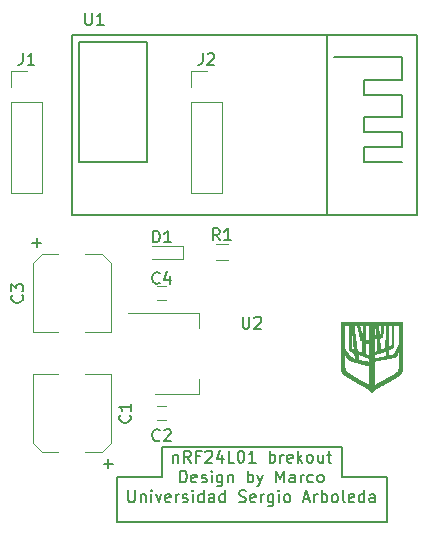
<source format=gto>
G04 #@! TF.GenerationSoftware,KiCad,Pcbnew,(5.0.0)*
G04 #@! TF.CreationDate,2020-10-27T08:58:59-05:00*
G04 #@! TF.ProjectId,breakout_firstproject,627265616B6F75745F66697273747072,1.0*
G04 #@! TF.SameCoordinates,Original*
G04 #@! TF.FileFunction,Legend,Top*
G04 #@! TF.FilePolarity,Positive*
%FSLAX46Y46*%
G04 Gerber Fmt 4.6, Leading zero omitted, Abs format (unit mm)*
G04 Created by KiCad (PCBNEW (5.0.0)) date 10/27/20 08:58:59*
%MOMM*%
%LPD*%
G01*
G04 APERTURE LIST*
%ADD10C,0.200000*%
%ADD11C,0.175000*%
%ADD12C,0.120000*%
%ADD13C,0.150000*%
%ADD14C,0.010000*%
G04 APERTURE END LIST*
D10*
X181610000Y-107950000D02*
X181610000Y-111760000D01*
X177800000Y-107950000D02*
X181610000Y-107950000D01*
X177800000Y-105410000D02*
X177800000Y-107950000D01*
X162560000Y-105410000D02*
X177800000Y-105410000D01*
X162560000Y-107950000D02*
X162560000Y-105410000D01*
X158750000Y-107950000D02*
X162560000Y-107950000D01*
X158750000Y-111760000D02*
X181610000Y-111760000D01*
X158750000Y-107950000D02*
X158750000Y-111760000D01*
D11*
X163560952Y-106060714D02*
X163560952Y-106727380D01*
X163560952Y-106155952D02*
X163608571Y-106108333D01*
X163703809Y-106060714D01*
X163846666Y-106060714D01*
X163941904Y-106108333D01*
X163989523Y-106203571D01*
X163989523Y-106727380D01*
X165037142Y-106727380D02*
X164703809Y-106251190D01*
X164465714Y-106727380D02*
X164465714Y-105727380D01*
X164846666Y-105727380D01*
X164941904Y-105775000D01*
X164989523Y-105822619D01*
X165037142Y-105917857D01*
X165037142Y-106060714D01*
X164989523Y-106155952D01*
X164941904Y-106203571D01*
X164846666Y-106251190D01*
X164465714Y-106251190D01*
X165799047Y-106203571D02*
X165465714Y-106203571D01*
X165465714Y-106727380D02*
X165465714Y-105727380D01*
X165941904Y-105727380D01*
X166275238Y-105822619D02*
X166322857Y-105775000D01*
X166418095Y-105727380D01*
X166656190Y-105727380D01*
X166751428Y-105775000D01*
X166799047Y-105822619D01*
X166846666Y-105917857D01*
X166846666Y-106013095D01*
X166799047Y-106155952D01*
X166227619Y-106727380D01*
X166846666Y-106727380D01*
X167703809Y-106060714D02*
X167703809Y-106727380D01*
X167465714Y-105679761D02*
X167227619Y-106394047D01*
X167846666Y-106394047D01*
X168703809Y-106727380D02*
X168227619Y-106727380D01*
X168227619Y-105727380D01*
X169227619Y-105727380D02*
X169322857Y-105727380D01*
X169418095Y-105775000D01*
X169465714Y-105822619D01*
X169513333Y-105917857D01*
X169560952Y-106108333D01*
X169560952Y-106346428D01*
X169513333Y-106536904D01*
X169465714Y-106632142D01*
X169418095Y-106679761D01*
X169322857Y-106727380D01*
X169227619Y-106727380D01*
X169132380Y-106679761D01*
X169084761Y-106632142D01*
X169037142Y-106536904D01*
X168989523Y-106346428D01*
X168989523Y-106108333D01*
X169037142Y-105917857D01*
X169084761Y-105822619D01*
X169132380Y-105775000D01*
X169227619Y-105727380D01*
X170513333Y-106727380D02*
X169941904Y-106727380D01*
X170227619Y-106727380D02*
X170227619Y-105727380D01*
X170132380Y-105870238D01*
X170037142Y-105965476D01*
X169941904Y-106013095D01*
X171703809Y-106727380D02*
X171703809Y-105727380D01*
X171703809Y-106108333D02*
X171799047Y-106060714D01*
X171989523Y-106060714D01*
X172084761Y-106108333D01*
X172132380Y-106155952D01*
X172180000Y-106251190D01*
X172180000Y-106536904D01*
X172132380Y-106632142D01*
X172084761Y-106679761D01*
X171989523Y-106727380D01*
X171799047Y-106727380D01*
X171703809Y-106679761D01*
X172608571Y-106727380D02*
X172608571Y-106060714D01*
X172608571Y-106251190D02*
X172656190Y-106155952D01*
X172703809Y-106108333D01*
X172799047Y-106060714D01*
X172894285Y-106060714D01*
X173608571Y-106679761D02*
X173513333Y-106727380D01*
X173322857Y-106727380D01*
X173227619Y-106679761D01*
X173180000Y-106584523D01*
X173180000Y-106203571D01*
X173227619Y-106108333D01*
X173322857Y-106060714D01*
X173513333Y-106060714D01*
X173608571Y-106108333D01*
X173656190Y-106203571D01*
X173656190Y-106298809D01*
X173180000Y-106394047D01*
X174084761Y-106727380D02*
X174084761Y-105727380D01*
X174180000Y-106346428D02*
X174465714Y-106727380D01*
X174465714Y-106060714D02*
X174084761Y-106441666D01*
X175037142Y-106727380D02*
X174941904Y-106679761D01*
X174894285Y-106632142D01*
X174846666Y-106536904D01*
X174846666Y-106251190D01*
X174894285Y-106155952D01*
X174941904Y-106108333D01*
X175037142Y-106060714D01*
X175180000Y-106060714D01*
X175275238Y-106108333D01*
X175322857Y-106155952D01*
X175370476Y-106251190D01*
X175370476Y-106536904D01*
X175322857Y-106632142D01*
X175275238Y-106679761D01*
X175180000Y-106727380D01*
X175037142Y-106727380D01*
X176227619Y-106060714D02*
X176227619Y-106727380D01*
X175799047Y-106060714D02*
X175799047Y-106584523D01*
X175846666Y-106679761D01*
X175941904Y-106727380D01*
X176084761Y-106727380D01*
X176180000Y-106679761D01*
X176227619Y-106632142D01*
X176560952Y-106060714D02*
X176941904Y-106060714D01*
X176703809Y-105727380D02*
X176703809Y-106584523D01*
X176751428Y-106679761D01*
X176846666Y-106727380D01*
X176941904Y-106727380D01*
X164132380Y-108402380D02*
X164132380Y-107402380D01*
X164370476Y-107402380D01*
X164513333Y-107450000D01*
X164608571Y-107545238D01*
X164656190Y-107640476D01*
X164703809Y-107830952D01*
X164703809Y-107973809D01*
X164656190Y-108164285D01*
X164608571Y-108259523D01*
X164513333Y-108354761D01*
X164370476Y-108402380D01*
X164132380Y-108402380D01*
X165513333Y-108354761D02*
X165418095Y-108402380D01*
X165227619Y-108402380D01*
X165132380Y-108354761D01*
X165084761Y-108259523D01*
X165084761Y-107878571D01*
X165132380Y-107783333D01*
X165227619Y-107735714D01*
X165418095Y-107735714D01*
X165513333Y-107783333D01*
X165560952Y-107878571D01*
X165560952Y-107973809D01*
X165084761Y-108069047D01*
X165941904Y-108354761D02*
X166037142Y-108402380D01*
X166227619Y-108402380D01*
X166322857Y-108354761D01*
X166370476Y-108259523D01*
X166370476Y-108211904D01*
X166322857Y-108116666D01*
X166227619Y-108069047D01*
X166084761Y-108069047D01*
X165989523Y-108021428D01*
X165941904Y-107926190D01*
X165941904Y-107878571D01*
X165989523Y-107783333D01*
X166084761Y-107735714D01*
X166227619Y-107735714D01*
X166322857Y-107783333D01*
X166799047Y-108402380D02*
X166799047Y-107735714D01*
X166799047Y-107402380D02*
X166751428Y-107450000D01*
X166799047Y-107497619D01*
X166846666Y-107450000D01*
X166799047Y-107402380D01*
X166799047Y-107497619D01*
X167703809Y-107735714D02*
X167703809Y-108545238D01*
X167656190Y-108640476D01*
X167608571Y-108688095D01*
X167513333Y-108735714D01*
X167370476Y-108735714D01*
X167275238Y-108688095D01*
X167703809Y-108354761D02*
X167608571Y-108402380D01*
X167418095Y-108402380D01*
X167322857Y-108354761D01*
X167275238Y-108307142D01*
X167227619Y-108211904D01*
X167227619Y-107926190D01*
X167275238Y-107830952D01*
X167322857Y-107783333D01*
X167418095Y-107735714D01*
X167608571Y-107735714D01*
X167703809Y-107783333D01*
X168180000Y-107735714D02*
X168180000Y-108402380D01*
X168180000Y-107830952D02*
X168227619Y-107783333D01*
X168322857Y-107735714D01*
X168465714Y-107735714D01*
X168560952Y-107783333D01*
X168608571Y-107878571D01*
X168608571Y-108402380D01*
X169846666Y-108402380D02*
X169846666Y-107402380D01*
X169846666Y-107783333D02*
X169941904Y-107735714D01*
X170132380Y-107735714D01*
X170227619Y-107783333D01*
X170275238Y-107830952D01*
X170322857Y-107926190D01*
X170322857Y-108211904D01*
X170275238Y-108307142D01*
X170227619Y-108354761D01*
X170132380Y-108402380D01*
X169941904Y-108402380D01*
X169846666Y-108354761D01*
X170656190Y-107735714D02*
X170894285Y-108402380D01*
X171132380Y-107735714D02*
X170894285Y-108402380D01*
X170799047Y-108640476D01*
X170751428Y-108688095D01*
X170656190Y-108735714D01*
X172275238Y-108402380D02*
X172275238Y-107402380D01*
X172608571Y-108116666D01*
X172941904Y-107402380D01*
X172941904Y-108402380D01*
X173846666Y-108402380D02*
X173846666Y-107878571D01*
X173799047Y-107783333D01*
X173703809Y-107735714D01*
X173513333Y-107735714D01*
X173418095Y-107783333D01*
X173846666Y-108354761D02*
X173751428Y-108402380D01*
X173513333Y-108402380D01*
X173418095Y-108354761D01*
X173370476Y-108259523D01*
X173370476Y-108164285D01*
X173418095Y-108069047D01*
X173513333Y-108021428D01*
X173751428Y-108021428D01*
X173846666Y-107973809D01*
X174322857Y-108402380D02*
X174322857Y-107735714D01*
X174322857Y-107926190D02*
X174370476Y-107830952D01*
X174418095Y-107783333D01*
X174513333Y-107735714D01*
X174608571Y-107735714D01*
X175370476Y-108354761D02*
X175275238Y-108402380D01*
X175084761Y-108402380D01*
X174989523Y-108354761D01*
X174941904Y-108307142D01*
X174894285Y-108211904D01*
X174894285Y-107926190D01*
X174941904Y-107830952D01*
X174989523Y-107783333D01*
X175084761Y-107735714D01*
X175275238Y-107735714D01*
X175370476Y-107783333D01*
X175941904Y-108402380D02*
X175846666Y-108354761D01*
X175799047Y-108307142D01*
X175751428Y-108211904D01*
X175751428Y-107926190D01*
X175799047Y-107830952D01*
X175846666Y-107783333D01*
X175941904Y-107735714D01*
X176084761Y-107735714D01*
X176180000Y-107783333D01*
X176227619Y-107830952D01*
X176275238Y-107926190D01*
X176275238Y-108211904D01*
X176227619Y-108307142D01*
X176180000Y-108354761D01*
X176084761Y-108402380D01*
X175941904Y-108402380D01*
X159727619Y-109077380D02*
X159727619Y-109886904D01*
X159775238Y-109982142D01*
X159822857Y-110029761D01*
X159918095Y-110077380D01*
X160108571Y-110077380D01*
X160203809Y-110029761D01*
X160251428Y-109982142D01*
X160299047Y-109886904D01*
X160299047Y-109077380D01*
X160775238Y-109410714D02*
X160775238Y-110077380D01*
X160775238Y-109505952D02*
X160822857Y-109458333D01*
X160918095Y-109410714D01*
X161060952Y-109410714D01*
X161156190Y-109458333D01*
X161203809Y-109553571D01*
X161203809Y-110077380D01*
X161680000Y-110077380D02*
X161680000Y-109410714D01*
X161680000Y-109077380D02*
X161632380Y-109125000D01*
X161680000Y-109172619D01*
X161727619Y-109125000D01*
X161680000Y-109077380D01*
X161680000Y-109172619D01*
X162060952Y-109410714D02*
X162299047Y-110077380D01*
X162537142Y-109410714D01*
X163299047Y-110029761D02*
X163203809Y-110077380D01*
X163013333Y-110077380D01*
X162918095Y-110029761D01*
X162870476Y-109934523D01*
X162870476Y-109553571D01*
X162918095Y-109458333D01*
X163013333Y-109410714D01*
X163203809Y-109410714D01*
X163299047Y-109458333D01*
X163346666Y-109553571D01*
X163346666Y-109648809D01*
X162870476Y-109744047D01*
X163775238Y-110077380D02*
X163775238Y-109410714D01*
X163775238Y-109601190D02*
X163822857Y-109505952D01*
X163870476Y-109458333D01*
X163965714Y-109410714D01*
X164060952Y-109410714D01*
X164346666Y-110029761D02*
X164441904Y-110077380D01*
X164632380Y-110077380D01*
X164727619Y-110029761D01*
X164775238Y-109934523D01*
X164775238Y-109886904D01*
X164727619Y-109791666D01*
X164632380Y-109744047D01*
X164489523Y-109744047D01*
X164394285Y-109696428D01*
X164346666Y-109601190D01*
X164346666Y-109553571D01*
X164394285Y-109458333D01*
X164489523Y-109410714D01*
X164632380Y-109410714D01*
X164727619Y-109458333D01*
X165203809Y-110077380D02*
X165203809Y-109410714D01*
X165203809Y-109077380D02*
X165156190Y-109125000D01*
X165203809Y-109172619D01*
X165251428Y-109125000D01*
X165203809Y-109077380D01*
X165203809Y-109172619D01*
X166108571Y-110077380D02*
X166108571Y-109077380D01*
X166108571Y-110029761D02*
X166013333Y-110077380D01*
X165822857Y-110077380D01*
X165727619Y-110029761D01*
X165680000Y-109982142D01*
X165632380Y-109886904D01*
X165632380Y-109601190D01*
X165680000Y-109505952D01*
X165727619Y-109458333D01*
X165822857Y-109410714D01*
X166013333Y-109410714D01*
X166108571Y-109458333D01*
X167013333Y-110077380D02*
X167013333Y-109553571D01*
X166965714Y-109458333D01*
X166870476Y-109410714D01*
X166680000Y-109410714D01*
X166584761Y-109458333D01*
X167013333Y-110029761D02*
X166918095Y-110077380D01*
X166680000Y-110077380D01*
X166584761Y-110029761D01*
X166537142Y-109934523D01*
X166537142Y-109839285D01*
X166584761Y-109744047D01*
X166680000Y-109696428D01*
X166918095Y-109696428D01*
X167013333Y-109648809D01*
X167918095Y-110077380D02*
X167918095Y-109077380D01*
X167918095Y-110029761D02*
X167822857Y-110077380D01*
X167632380Y-110077380D01*
X167537142Y-110029761D01*
X167489523Y-109982142D01*
X167441904Y-109886904D01*
X167441904Y-109601190D01*
X167489523Y-109505952D01*
X167537142Y-109458333D01*
X167632380Y-109410714D01*
X167822857Y-109410714D01*
X167918095Y-109458333D01*
X169108571Y-110029761D02*
X169251428Y-110077380D01*
X169489523Y-110077380D01*
X169584761Y-110029761D01*
X169632380Y-109982142D01*
X169680000Y-109886904D01*
X169680000Y-109791666D01*
X169632380Y-109696428D01*
X169584761Y-109648809D01*
X169489523Y-109601190D01*
X169299047Y-109553571D01*
X169203809Y-109505952D01*
X169156190Y-109458333D01*
X169108571Y-109363095D01*
X169108571Y-109267857D01*
X169156190Y-109172619D01*
X169203809Y-109125000D01*
X169299047Y-109077380D01*
X169537142Y-109077380D01*
X169680000Y-109125000D01*
X170489523Y-110029761D02*
X170394285Y-110077380D01*
X170203809Y-110077380D01*
X170108571Y-110029761D01*
X170060952Y-109934523D01*
X170060952Y-109553571D01*
X170108571Y-109458333D01*
X170203809Y-109410714D01*
X170394285Y-109410714D01*
X170489523Y-109458333D01*
X170537142Y-109553571D01*
X170537142Y-109648809D01*
X170060952Y-109744047D01*
X170965714Y-110077380D02*
X170965714Y-109410714D01*
X170965714Y-109601190D02*
X171013333Y-109505952D01*
X171060952Y-109458333D01*
X171156190Y-109410714D01*
X171251428Y-109410714D01*
X172013333Y-109410714D02*
X172013333Y-110220238D01*
X171965714Y-110315476D01*
X171918095Y-110363095D01*
X171822857Y-110410714D01*
X171680000Y-110410714D01*
X171584761Y-110363095D01*
X172013333Y-110029761D02*
X171918095Y-110077380D01*
X171727619Y-110077380D01*
X171632380Y-110029761D01*
X171584761Y-109982142D01*
X171537142Y-109886904D01*
X171537142Y-109601190D01*
X171584761Y-109505952D01*
X171632380Y-109458333D01*
X171727619Y-109410714D01*
X171918095Y-109410714D01*
X172013333Y-109458333D01*
X172489523Y-110077380D02*
X172489523Y-109410714D01*
X172489523Y-109077380D02*
X172441904Y-109125000D01*
X172489523Y-109172619D01*
X172537142Y-109125000D01*
X172489523Y-109077380D01*
X172489523Y-109172619D01*
X173108571Y-110077380D02*
X173013333Y-110029761D01*
X172965714Y-109982142D01*
X172918095Y-109886904D01*
X172918095Y-109601190D01*
X172965714Y-109505952D01*
X173013333Y-109458333D01*
X173108571Y-109410714D01*
X173251428Y-109410714D01*
X173346666Y-109458333D01*
X173394285Y-109505952D01*
X173441904Y-109601190D01*
X173441904Y-109886904D01*
X173394285Y-109982142D01*
X173346666Y-110029761D01*
X173251428Y-110077380D01*
X173108571Y-110077380D01*
X174584761Y-109791666D02*
X175060952Y-109791666D01*
X174489523Y-110077380D02*
X174822857Y-109077380D01*
X175156190Y-110077380D01*
X175489523Y-110077380D02*
X175489523Y-109410714D01*
X175489523Y-109601190D02*
X175537142Y-109505952D01*
X175584761Y-109458333D01*
X175680000Y-109410714D01*
X175775238Y-109410714D01*
X176108571Y-110077380D02*
X176108571Y-109077380D01*
X176108571Y-109458333D02*
X176203809Y-109410714D01*
X176394285Y-109410714D01*
X176489523Y-109458333D01*
X176537142Y-109505952D01*
X176584761Y-109601190D01*
X176584761Y-109886904D01*
X176537142Y-109982142D01*
X176489523Y-110029761D01*
X176394285Y-110077380D01*
X176203809Y-110077380D01*
X176108571Y-110029761D01*
X177156190Y-110077380D02*
X177060952Y-110029761D01*
X177013333Y-109982142D01*
X176965714Y-109886904D01*
X176965714Y-109601190D01*
X177013333Y-109505952D01*
X177060952Y-109458333D01*
X177156190Y-109410714D01*
X177299047Y-109410714D01*
X177394285Y-109458333D01*
X177441904Y-109505952D01*
X177489523Y-109601190D01*
X177489523Y-109886904D01*
X177441904Y-109982142D01*
X177394285Y-110029761D01*
X177299047Y-110077380D01*
X177156190Y-110077380D01*
X178060952Y-110077380D02*
X177965714Y-110029761D01*
X177918095Y-109934523D01*
X177918095Y-109077380D01*
X178822857Y-110029761D02*
X178727619Y-110077380D01*
X178537142Y-110077380D01*
X178441904Y-110029761D01*
X178394285Y-109934523D01*
X178394285Y-109553571D01*
X178441904Y-109458333D01*
X178537142Y-109410714D01*
X178727619Y-109410714D01*
X178822857Y-109458333D01*
X178870476Y-109553571D01*
X178870476Y-109648809D01*
X178394285Y-109744047D01*
X179727619Y-110077380D02*
X179727619Y-109077380D01*
X179727619Y-110029761D02*
X179632380Y-110077380D01*
X179441904Y-110077380D01*
X179346666Y-110029761D01*
X179299047Y-109982142D01*
X179251428Y-109886904D01*
X179251428Y-109601190D01*
X179299047Y-109505952D01*
X179346666Y-109458333D01*
X179441904Y-109410714D01*
X179632380Y-109410714D01*
X179727619Y-109458333D01*
X180632380Y-110077380D02*
X180632380Y-109553571D01*
X180584761Y-109458333D01*
X180489523Y-109410714D01*
X180299047Y-109410714D01*
X180203809Y-109458333D01*
X180632380Y-110029761D02*
X180537142Y-110077380D01*
X180299047Y-110077380D01*
X180203809Y-110029761D01*
X180156190Y-109934523D01*
X180156190Y-109839285D01*
X180203809Y-109744047D01*
X180299047Y-109696428D01*
X180537142Y-109696428D01*
X180632380Y-109648809D01*
D12*
G04 #@! TO.C,C1*
X151640000Y-105090000D02*
X151640000Y-99250000D01*
X152400000Y-105850000D02*
X151640000Y-105090000D01*
X158240000Y-105090000D02*
X157480000Y-105850000D01*
X158240000Y-99250000D02*
X158240000Y-105090000D01*
X152400000Y-105850000D02*
X153820000Y-105850000D01*
X157480000Y-105850000D02*
X156060000Y-105850000D01*
X151640000Y-99250000D02*
X153820000Y-99250000D01*
X158240000Y-99250000D02*
X156060000Y-99250000D01*
G04 #@! TO.C,C2*
X162910000Y-103150000D02*
X162210000Y-103150000D01*
X162210000Y-101950000D02*
X162910000Y-101950000D01*
G04 #@! TO.C,C3*
X151640000Y-95690000D02*
X153820000Y-95690000D01*
X158240000Y-95690000D02*
X156060000Y-95690000D01*
X152400000Y-89090000D02*
X153820000Y-89090000D01*
X157480000Y-89090000D02*
X156060000Y-89090000D01*
X151640000Y-95690000D02*
X151640000Y-89850000D01*
X151640000Y-89850000D02*
X152400000Y-89090000D01*
X157480000Y-89090000D02*
X158240000Y-89850000D01*
X158240000Y-89850000D02*
X158240000Y-95690000D01*
G04 #@! TO.C,C4*
X162210000Y-91790000D02*
X162910000Y-91790000D01*
X162910000Y-92990000D02*
X162210000Y-92990000D01*
G04 #@! TO.C,D1*
X164360000Y-89450000D02*
X161760000Y-89450000D01*
X164360000Y-88350000D02*
X161760000Y-88350000D01*
X164360000Y-89450000D02*
X164360000Y-88350000D01*
G04 #@! TO.C,J1*
X149800000Y-73600000D02*
X151130000Y-73600000D01*
X149800000Y-74930000D02*
X149800000Y-73600000D01*
X149800000Y-76200000D02*
X152460000Y-76200000D01*
X152460000Y-76200000D02*
X152460000Y-83880000D01*
X149800000Y-76200000D02*
X149800000Y-83880000D01*
X149800000Y-83880000D02*
X152460000Y-83880000D01*
G04 #@! TO.C,J2*
X165040000Y-83880000D02*
X167700000Y-83880000D01*
X165040000Y-76200000D02*
X165040000Y-83880000D01*
X167700000Y-76200000D02*
X167700000Y-83880000D01*
X165040000Y-76200000D02*
X167700000Y-76200000D01*
X165040000Y-74930000D02*
X165040000Y-73600000D01*
X165040000Y-73600000D02*
X166370000Y-73600000D01*
G04 #@! TO.C,R1*
X167140000Y-88220000D02*
X168140000Y-88220000D01*
X168140000Y-89580000D02*
X167140000Y-89580000D01*
D13*
G04 #@! TO.C,U1*
X154940000Y-70485000D02*
X154940000Y-85725000D01*
X154940000Y-85725000D02*
X184150000Y-85725000D01*
X184150000Y-85725000D02*
X184150000Y-70485000D01*
X184150000Y-70485000D02*
X154940000Y-70485000D01*
X176530000Y-70485000D02*
X176530000Y-85725000D01*
X177165000Y-72390000D02*
X182880000Y-72390000D01*
X182880000Y-72390000D02*
X182880000Y-74295000D01*
X182880000Y-74295000D02*
X179705000Y-74295000D01*
X179705000Y-74295000D02*
X179705000Y-75565000D01*
X179705000Y-75565000D02*
X182880000Y-75565000D01*
X182880000Y-75565000D02*
X182880000Y-77470000D01*
X182880000Y-77470000D02*
X179705000Y-77470000D01*
X179705000Y-77470000D02*
X179705000Y-78740000D01*
X179705000Y-78740000D02*
X182880000Y-78740000D01*
X182880000Y-78740000D02*
X182880000Y-80010000D01*
X182880000Y-80010000D02*
X179705000Y-80010000D01*
X179705000Y-80010000D02*
X179705000Y-81280000D01*
X179705000Y-81280000D02*
X182880000Y-81280000D01*
X156210000Y-71120000D02*
X161290000Y-71120000D01*
X161290000Y-71120000D02*
X161290000Y-81280000D01*
X161290000Y-81280000D02*
X156210000Y-81280000D01*
X156210000Y-81280000D02*
X155575000Y-81280000D01*
X155575000Y-81280000D02*
X155575000Y-71120000D01*
X155575000Y-71120000D02*
X156210000Y-71120000D01*
D12*
G04 #@! TO.C,U2*
X159730000Y-94060000D02*
X165740000Y-94060000D01*
X161980000Y-100880000D02*
X165740000Y-100880000D01*
X165740000Y-94060000D02*
X165740000Y-95320000D01*
X165740000Y-100880000D02*
X165740000Y-99620000D01*
D14*
G04 #@! TO.C,G\002A\002A\002A*
G36*
X182946040Y-96773825D02*
X182946044Y-96942615D01*
X182946053Y-97101557D01*
X182946063Y-97250962D01*
X182946069Y-97391142D01*
X182946066Y-97522409D01*
X182946051Y-97645074D01*
X182946019Y-97759449D01*
X182945964Y-97865845D01*
X182945883Y-97964574D01*
X182945771Y-98055949D01*
X182945624Y-98140279D01*
X182945437Y-98217878D01*
X182945205Y-98289056D01*
X182944925Y-98354126D01*
X182944591Y-98413398D01*
X182944199Y-98467185D01*
X182943745Y-98515799D01*
X182943223Y-98559550D01*
X182942630Y-98598751D01*
X182941961Y-98633713D01*
X182941212Y-98664748D01*
X182940378Y-98692167D01*
X182939454Y-98716283D01*
X182938436Y-98737406D01*
X182937319Y-98755849D01*
X182936100Y-98771922D01*
X182934773Y-98785938D01*
X182933334Y-98798209D01*
X182931778Y-98809045D01*
X182930101Y-98818759D01*
X182928299Y-98827663D01*
X182926366Y-98836067D01*
X182924299Y-98844283D01*
X182922093Y-98852624D01*
X182919743Y-98861401D01*
X182917245Y-98870925D01*
X182915607Y-98877393D01*
X182893451Y-98955027D01*
X182867436Y-99024671D01*
X182836859Y-99087989D01*
X182804136Y-99142028D01*
X182780971Y-99173564D01*
X182753203Y-99206484D01*
X182723064Y-99238463D01*
X182692789Y-99267177D01*
X182664612Y-99290303D01*
X182655297Y-99296889D01*
X182638417Y-99308309D01*
X182624955Y-99317626D01*
X182617009Y-99323379D01*
X182615840Y-99324361D01*
X182611044Y-99327720D01*
X182598821Y-99335792D01*
X182580314Y-99347835D01*
X182556669Y-99363107D01*
X182529028Y-99380867D01*
X182499000Y-99400078D01*
X182467020Y-99420499D01*
X182436504Y-99439994D01*
X182408915Y-99457626D01*
X182385715Y-99472461D01*
X182368369Y-99483562D01*
X182359300Y-99489378D01*
X182347249Y-99496974D01*
X182328254Y-99508768D01*
X182304058Y-99523684D01*
X182276403Y-99540650D01*
X182247031Y-99558593D01*
X182239920Y-99562925D01*
X182211027Y-99580537D01*
X182184019Y-99597037D01*
X182160478Y-99611455D01*
X182141989Y-99622820D01*
X182130136Y-99630160D01*
X182128160Y-99631403D01*
X182111262Y-99641880D01*
X182087369Y-99656387D01*
X182057738Y-99674183D01*
X182023628Y-99694528D01*
X181986298Y-99716681D01*
X181947007Y-99739902D01*
X181907014Y-99763451D01*
X181867576Y-99786586D01*
X181829953Y-99808567D01*
X181795405Y-99828654D01*
X181765188Y-99846107D01*
X181740563Y-99860184D01*
X181722788Y-99870145D01*
X181717009Y-99873273D01*
X181700176Y-99882331D01*
X181686634Y-99889885D01*
X181679142Y-99894394D01*
X181678909Y-99894560D01*
X181668627Y-99901298D01*
X181651566Y-99911598D01*
X181629896Y-99924206D01*
X181605785Y-99937871D01*
X181581401Y-99951340D01*
X181569360Y-99957837D01*
X181546657Y-99970110D01*
X181519032Y-99985257D01*
X181490391Y-100001127D01*
X181470300Y-100012377D01*
X181431487Y-100034021D01*
X181391751Y-100055792D01*
X181352171Y-100077130D01*
X181313831Y-100097476D01*
X181277813Y-100116273D01*
X181245198Y-100132959D01*
X181217068Y-100146978D01*
X181194505Y-100157768D01*
X181178591Y-100164772D01*
X181170409Y-100167430D01*
X181170185Y-100167440D01*
X181164395Y-100169651D01*
X181150918Y-100175834D01*
X181131103Y-100185314D01*
X181106298Y-100197417D01*
X181077851Y-100211467D01*
X181047110Y-100226789D01*
X181015423Y-100242708D01*
X180984140Y-100258549D01*
X180954607Y-100273638D01*
X180928173Y-100287298D01*
X180906187Y-100298856D01*
X180889997Y-100307636D01*
X180888640Y-100308397D01*
X180779871Y-100374523D01*
X180671843Y-100449885D01*
X180565745Y-100533572D01*
X180462767Y-100624668D01*
X180409095Y-100676402D01*
X180388228Y-100697091D01*
X180370049Y-100715046D01*
X180355699Y-100729147D01*
X180346320Y-100738270D01*
X180343055Y-100741304D01*
X180339448Y-100737870D01*
X180329693Y-100728397D01*
X180314895Y-100713964D01*
X180296158Y-100695647D01*
X180274587Y-100674524D01*
X180271118Y-100671124D01*
X180262371Y-100662740D01*
X180395880Y-100662740D01*
X180398420Y-100665280D01*
X180400960Y-100662740D01*
X180398420Y-100660200D01*
X180395880Y-100662740D01*
X180262371Y-100662740D01*
X180222229Y-100624265D01*
X180174601Y-100580968D01*
X180126292Y-100539635D01*
X180075358Y-100498664D01*
X180019856Y-100456457D01*
X179957841Y-100411415D01*
X179941220Y-100399614D01*
X179902253Y-100372999D01*
X179860846Y-100346653D01*
X179815951Y-100320006D01*
X179783712Y-100302060D01*
X180878480Y-100302060D01*
X180881020Y-100304600D01*
X180883560Y-100302060D01*
X180881020Y-100299520D01*
X180878480Y-100302060D01*
X179783712Y-100302060D01*
X179766520Y-100292490D01*
X179711508Y-100263532D01*
X179649867Y-100232564D01*
X179580551Y-100199016D01*
X179522792Y-100171769D01*
X179475204Y-100149154D01*
X179426354Y-100125165D01*
X179375451Y-100099374D01*
X179321702Y-100071351D01*
X179264318Y-100040666D01*
X179202506Y-100006890D01*
X179135476Y-99969594D01*
X179062436Y-99928349D01*
X178982594Y-99882725D01*
X178895160Y-99832293D01*
X178866800Y-99815853D01*
X178824779Y-99791345D01*
X178778174Y-99763945D01*
X178728092Y-99734320D01*
X178675644Y-99703137D01*
X178621936Y-99671064D01*
X178568078Y-99638769D01*
X178515177Y-99606918D01*
X178464343Y-99576180D01*
X178416683Y-99547222D01*
X178373307Y-99520710D01*
X178335322Y-99497313D01*
X178303838Y-99477698D01*
X178279962Y-99462533D01*
X178279175Y-99462024D01*
X178261026Y-99450347D01*
X178237148Y-99435066D01*
X178210398Y-99418005D01*
X178183635Y-99400991D01*
X178178636Y-99397820D01*
X178135271Y-99370264D01*
X178099455Y-99347313D01*
X178070119Y-99328192D01*
X178046195Y-99312127D01*
X178026612Y-99298344D01*
X178010302Y-99286067D01*
X177996195Y-99274522D01*
X177983223Y-99262935D01*
X177970314Y-99250531D01*
X177957480Y-99237634D01*
X177939224Y-99218941D01*
X177923260Y-99202372D01*
X177911099Y-99189513D01*
X177904255Y-99181949D01*
X177903626Y-99181171D01*
X177868405Y-99130814D01*
X177837798Y-99078086D01*
X177811201Y-99021517D01*
X177788010Y-98959634D01*
X177767623Y-98890964D01*
X177749436Y-98814037D01*
X177745666Y-98795840D01*
X177744913Y-98791687D01*
X177744204Y-98786680D01*
X177743537Y-98780513D01*
X177742910Y-98772883D01*
X177742322Y-98763486D01*
X177741770Y-98752018D01*
X177741255Y-98738175D01*
X177740773Y-98721653D01*
X177740324Y-98702149D01*
X177739905Y-98679359D01*
X177739516Y-98652978D01*
X177739154Y-98622702D01*
X177738819Y-98588229D01*
X177738508Y-98549254D01*
X177738221Y-98505473D01*
X177737954Y-98456582D01*
X177737708Y-98402277D01*
X177737480Y-98342255D01*
X177737269Y-98276211D01*
X177737234Y-98263207D01*
X178037469Y-98263207D01*
X178037507Y-98331504D01*
X178037609Y-98395499D01*
X178037773Y-98454489D01*
X178037996Y-98507767D01*
X178038276Y-98554631D01*
X178038609Y-98594376D01*
X178038994Y-98626297D01*
X178039428Y-98649690D01*
X178039907Y-98663851D01*
X178040069Y-98666300D01*
X178047582Y-98726087D01*
X178059780Y-98786571D01*
X178075973Y-98845454D01*
X178095468Y-98900436D01*
X178117575Y-98949220D01*
X178133695Y-98977597D01*
X178147951Y-98998600D01*
X178163421Y-99017594D01*
X178181549Y-99035867D01*
X178203774Y-99054705D01*
X178231538Y-99075398D01*
X178266283Y-99099232D01*
X178280060Y-99108357D01*
X178300825Y-99121878D01*
X178327610Y-99139100D01*
X178359252Y-99159293D01*
X178394584Y-99181725D01*
X178432443Y-99205666D01*
X178471664Y-99230384D01*
X178511082Y-99255148D01*
X178549533Y-99279228D01*
X178585853Y-99301892D01*
X178618876Y-99322409D01*
X178647439Y-99340048D01*
X178670376Y-99354079D01*
X178686523Y-99363770D01*
X178691919Y-99366891D01*
X178707474Y-99375843D01*
X178722020Y-99384478D01*
X178756942Y-99405554D01*
X178796159Y-99429071D01*
X178838221Y-99454174D01*
X178881681Y-99480007D01*
X178925090Y-99505714D01*
X178967003Y-99530439D01*
X179005969Y-99553327D01*
X179040542Y-99573521D01*
X179069274Y-99590166D01*
X179090320Y-99602182D01*
X179100665Y-99608029D01*
X179117944Y-99617811D01*
X179140254Y-99630451D01*
X179165693Y-99644871D01*
X179184300Y-99655423D01*
X179227915Y-99680021D01*
X179273773Y-99705629D01*
X179320694Y-99731608D01*
X179367496Y-99757318D01*
X179413000Y-99782120D01*
X179456027Y-99805374D01*
X179495396Y-99826442D01*
X179529927Y-99844683D01*
X179558441Y-99859459D01*
X179579757Y-99870129D01*
X179585956Y-99873082D01*
X179687927Y-99921596D01*
X179781283Y-99968267D01*
X179867260Y-100013737D01*
X179947094Y-100058652D01*
X179983880Y-100080373D01*
X180009515Y-100095749D01*
X180033226Y-100109960D01*
X180053152Y-100121891D01*
X180067431Y-100130429D01*
X180072780Y-100133616D01*
X180084696Y-100141152D01*
X180092860Y-100147127D01*
X180093366Y-100147586D01*
X180100628Y-100151936D01*
X180102256Y-100152200D01*
X180102699Y-100147208D01*
X180103129Y-100132586D01*
X180103543Y-100108862D01*
X180103938Y-100076568D01*
X180104312Y-100036231D01*
X180104662Y-99988382D01*
X180104986Y-99933549D01*
X180105281Y-99872264D01*
X180105544Y-99805054D01*
X180105773Y-99732450D01*
X180105966Y-99654980D01*
X180106120Y-99573176D01*
X180106231Y-99487565D01*
X180106299Y-99398678D01*
X180106311Y-99349955D01*
X180578737Y-99349955D01*
X180578743Y-99435731D01*
X180578771Y-99519418D01*
X180578820Y-99600433D01*
X180578893Y-99678193D01*
X180578989Y-99752116D01*
X180579108Y-99821618D01*
X180579251Y-99886117D01*
X180579418Y-99945031D01*
X180579610Y-99997777D01*
X180579827Y-100043772D01*
X180580070Y-100082432D01*
X180580338Y-100113177D01*
X180580632Y-100135422D01*
X180580953Y-100148586D01*
X180581248Y-100152200D01*
X180586361Y-100149638D01*
X180597873Y-100142801D01*
X180613670Y-100132958D01*
X180620618Y-100128527D01*
X180706221Y-100075992D01*
X180800092Y-100022838D01*
X180900459Y-99970008D01*
X181005551Y-99918447D01*
X181077438Y-99885208D01*
X181104420Y-99872530D01*
X181135186Y-99857298D01*
X181164715Y-99842024D01*
X181176498Y-99835676D01*
X181202828Y-99821305D01*
X181231666Y-99805656D01*
X181258449Y-99791203D01*
X181269640Y-99785200D01*
X181294024Y-99772047D01*
X181320231Y-99757737D01*
X181343473Y-99744888D01*
X181348380Y-99742144D01*
X181369370Y-99730365D01*
X181394859Y-99716069D01*
X181420481Y-99701702D01*
X181429660Y-99696557D01*
X181452625Y-99683598D01*
X181475700Y-99670434D01*
X181495253Y-99659142D01*
X181502273Y-99655025D01*
X181516600Y-99646690D01*
X181526945Y-99640931D01*
X181530732Y-99639120D01*
X181535387Y-99636669D01*
X181547415Y-99629845D01*
X181565439Y-99619444D01*
X181588085Y-99606258D01*
X181613976Y-99591083D01*
X181615598Y-99590129D01*
X181647104Y-99571619D01*
X181680632Y-99551955D01*
X181713235Y-99532862D01*
X181741967Y-99516067D01*
X181757320Y-99507112D01*
X181805897Y-99478587D01*
X181857948Y-99447602D01*
X181912648Y-99414674D01*
X181969169Y-99380325D01*
X182026687Y-99345074D01*
X182084374Y-99309440D01*
X182141406Y-99273943D01*
X182196956Y-99239103D01*
X182250199Y-99205439D01*
X182300307Y-99173471D01*
X182346456Y-99143718D01*
X182387819Y-99116700D01*
X182423570Y-99092937D01*
X182452884Y-99072948D01*
X182474934Y-99057254D01*
X182486388Y-99048466D01*
X182516767Y-99018282D01*
X182545182Y-98979413D01*
X182571026Y-98933246D01*
X182593692Y-98881166D01*
X182612571Y-98824559D01*
X182627058Y-98764809D01*
X182636135Y-98706940D01*
X182637155Y-98697893D01*
X182638081Y-98689023D01*
X182638916Y-98679828D01*
X182639664Y-98669805D01*
X182640327Y-98658454D01*
X182640910Y-98645273D01*
X182641415Y-98629760D01*
X182641847Y-98611415D01*
X182642208Y-98589735D01*
X182642501Y-98564220D01*
X182642731Y-98534367D01*
X182642900Y-98499676D01*
X182643012Y-98459645D01*
X182643070Y-98413772D01*
X182643078Y-98361556D01*
X182643039Y-98302496D01*
X182642957Y-98236089D01*
X182642834Y-98161836D01*
X182642674Y-98079233D01*
X182642481Y-97987780D01*
X182642258Y-97886976D01*
X182642108Y-97820480D01*
X182640437Y-97081340D01*
X182628432Y-97116900D01*
X182624026Y-97130252D01*
X182617017Y-97151867D01*
X182607863Y-97180319D01*
X182597018Y-97214184D01*
X182584942Y-97252036D01*
X182572089Y-97292449D01*
X182562755Y-97321878D01*
X182544641Y-97378258D01*
X182528622Y-97426154D01*
X182514146Y-97466895D01*
X182500661Y-97501807D01*
X182487615Y-97532216D01*
X182474458Y-97559449D01*
X182460636Y-97584833D01*
X182445599Y-97609695D01*
X182438460Y-97620804D01*
X182409473Y-97658833D01*
X182374686Y-97692524D01*
X182333430Y-97722231D01*
X182285035Y-97748307D01*
X182228830Y-97771104D01*
X182164145Y-97790976D01*
X182090310Y-97808276D01*
X182077708Y-97810809D01*
X182056648Y-97814962D01*
X182026987Y-97820826D01*
X181990091Y-97828130D01*
X181947321Y-97836603D01*
X181900044Y-97845975D01*
X181849624Y-97855976D01*
X181797424Y-97866334D01*
X181744810Y-97876781D01*
X181744620Y-97876819D01*
X181696440Y-97886372D01*
X181651855Y-97895173D01*
X181609877Y-97903407D01*
X181569516Y-97911259D01*
X181529784Y-97918912D01*
X181489691Y-97926552D01*
X181448249Y-97934364D01*
X181404468Y-97942532D01*
X181357360Y-97951240D01*
X181305936Y-97960675D01*
X181249206Y-97971020D01*
X181186182Y-97982460D01*
X181115875Y-97995180D01*
X181037296Y-98009365D01*
X180972460Y-98021053D01*
X180923117Y-98029946D01*
X180873430Y-98038900D01*
X180825055Y-98047619D01*
X180779650Y-98055802D01*
X180738871Y-98063152D01*
X180704377Y-98069369D01*
X180677825Y-98074155D01*
X180672796Y-98075062D01*
X180644320Y-98080289D01*
X180619349Y-98085051D01*
X180599591Y-98089006D01*
X180586759Y-98091815D01*
X180582626Y-98093010D01*
X180582275Y-98098207D01*
X180581938Y-98112969D01*
X180581616Y-98136714D01*
X180581309Y-98168857D01*
X180581017Y-98208816D01*
X180580741Y-98256010D01*
X180580480Y-98309855D01*
X180580237Y-98369767D01*
X180580010Y-98435166D01*
X180579800Y-98505468D01*
X180579608Y-98580090D01*
X180579434Y-98658449D01*
X180579278Y-98739964D01*
X180579142Y-98824050D01*
X180579024Y-98910126D01*
X180578926Y-98997609D01*
X180578848Y-99085916D01*
X180578790Y-99174465D01*
X180578753Y-99262672D01*
X180578737Y-99349955D01*
X180106311Y-99349955D01*
X180106320Y-99314096D01*
X180106320Y-98475993D01*
X180094890Y-98473446D01*
X180086887Y-98471860D01*
X180070379Y-98468736D01*
X180046858Y-98464352D01*
X180017815Y-98458984D01*
X179984741Y-98452910D01*
X179956460Y-98447742D01*
X179831201Y-98424285D01*
X179705830Y-98399611D01*
X179582156Y-98374107D01*
X179461991Y-98348162D01*
X179347143Y-98322162D01*
X179239424Y-98296495D01*
X179174140Y-98280188D01*
X179065480Y-98251535D01*
X178962865Y-98222550D01*
X178866777Y-98193407D01*
X178777701Y-98164282D01*
X178696119Y-98135347D01*
X178622515Y-98106778D01*
X178557373Y-98078749D01*
X178501176Y-98051433D01*
X178454407Y-98025006D01*
X178439084Y-98015150D01*
X178392103Y-97979239D01*
X178344049Y-97933978D01*
X178295436Y-97880053D01*
X178246780Y-97818150D01*
X178198596Y-97748955D01*
X178151399Y-97673152D01*
X178105703Y-97591428D01*
X178073876Y-97529010D01*
X178039314Y-97458521D01*
X178037767Y-98039550D01*
X178037596Y-98116526D01*
X178037498Y-98191313D01*
X178037469Y-98263207D01*
X177737234Y-98263207D01*
X177737073Y-98203843D01*
X177736890Y-98124845D01*
X177736720Y-98038914D01*
X177736560Y-97945746D01*
X177736409Y-97845037D01*
X177736266Y-97736484D01*
X177736128Y-97619782D01*
X177735995Y-97494627D01*
X177735864Y-97360716D01*
X177735735Y-97217745D01*
X177735605Y-97065410D01*
X177735473Y-96903407D01*
X177735390Y-96798130D01*
X177734073Y-95117920D01*
X178038760Y-95117920D01*
X178038944Y-97132140D01*
X178051358Y-97147380D01*
X178064819Y-97163983D01*
X178081966Y-97185245D01*
X178101285Y-97209277D01*
X178121263Y-97234190D01*
X178140386Y-97258096D01*
X178157142Y-97279105D01*
X178170017Y-97295330D01*
X178175601Y-97302434D01*
X178182851Y-97311634D01*
X178195619Y-97327731D01*
X178213076Y-97349686D01*
X178234395Y-97376459D01*
X178258750Y-97407012D01*
X178285312Y-97440306D01*
X178313255Y-97475301D01*
X178315620Y-97478262D01*
X178344682Y-97514667D01*
X178373328Y-97550595D01*
X178400561Y-97584794D01*
X178425386Y-97616010D01*
X178446804Y-97642990D01*
X178463820Y-97664482D01*
X178475015Y-97678692D01*
X178499111Y-97707121D01*
X178526416Y-97734646D01*
X178558165Y-97762276D01*
X178595590Y-97791022D01*
X178639926Y-97821891D01*
X178689000Y-97853743D01*
X178710911Y-97867260D01*
X178736766Y-97882673D01*
X178765117Y-97899174D01*
X178794512Y-97915956D01*
X178823501Y-97932211D01*
X178850636Y-97947132D01*
X178874465Y-97959912D01*
X178893539Y-97969744D01*
X178906408Y-97975819D01*
X178911123Y-97977426D01*
X178915334Y-97973589D01*
X178915172Y-97963990D01*
X178913924Y-97952789D01*
X178912413Y-97934579D01*
X178910890Y-97912498D01*
X178910244Y-97901760D01*
X178907331Y-97851972D01*
X178904217Y-97801060D01*
X178900977Y-97750042D01*
X178897683Y-97699936D01*
X178894410Y-97651764D01*
X178891228Y-97606544D01*
X178888213Y-97565295D01*
X178885437Y-97529036D01*
X178884990Y-97523538D01*
X179151280Y-97523538D01*
X179151920Y-97531510D01*
X179153733Y-97548225D01*
X179156559Y-97572356D01*
X179160238Y-97602572D01*
X179164609Y-97637545D01*
X179169512Y-97675948D01*
X179171942Y-97694707D01*
X179177741Y-97739294D01*
X179183756Y-97785572D01*
X179189688Y-97831233D01*
X179195235Y-97873968D01*
X179200099Y-97911468D01*
X179203980Y-97941426D01*
X179204293Y-97943848D01*
X179208162Y-97972959D01*
X179211739Y-97998419D01*
X179214777Y-98018581D01*
X179217030Y-98031798D01*
X179218186Y-98036399D01*
X179223768Y-98038036D01*
X179237358Y-98040875D01*
X179256931Y-98044523D01*
X179280461Y-98048581D01*
X179281084Y-98048685D01*
X179303709Y-98052471D01*
X179335360Y-98057810D01*
X179375052Y-98064533D01*
X179421797Y-98072472D01*
X179474610Y-98081459D01*
X179532504Y-98091326D01*
X179594492Y-98101904D01*
X179659589Y-98113025D01*
X179726807Y-98124522D01*
X179795160Y-98136225D01*
X179863661Y-98147967D01*
X179910140Y-98155942D01*
X179951549Y-98163075D01*
X179989840Y-98169715D01*
X180023845Y-98175658D01*
X180052399Y-98180697D01*
X180074335Y-98184627D01*
X180088486Y-98187243D01*
X180093620Y-98188308D01*
X180101703Y-98187212D01*
X180102585Y-98186545D01*
X180103512Y-98180772D01*
X180104272Y-98166111D01*
X180104846Y-98143833D01*
X180105212Y-98115208D01*
X180105350Y-98081506D01*
X180105240Y-98043998D01*
X180105125Y-98028547D01*
X180103780Y-97874054D01*
X180007260Y-97837034D01*
X179976261Y-97825181D01*
X179938149Y-97810664D01*
X179895321Y-97794395D01*
X179850173Y-97777282D01*
X179805104Y-97760235D01*
X179763420Y-97744506D01*
X179719618Y-97727985D01*
X179672221Y-97710076D01*
X179622203Y-97691151D01*
X179570544Y-97671582D01*
X179518221Y-97651739D01*
X179466210Y-97631996D01*
X179415489Y-97612722D01*
X179367036Y-97594291D01*
X179321828Y-97577074D01*
X179280842Y-97561442D01*
X179245055Y-97547767D01*
X179215445Y-97536420D01*
X179192989Y-97527774D01*
X179178665Y-97522200D01*
X179175410Y-97520905D01*
X179151280Y-97511163D01*
X179151280Y-97523538D01*
X178884990Y-97523538D01*
X178882973Y-97498788D01*
X178880894Y-97475569D01*
X178879274Y-97460399D01*
X178878185Y-97454297D01*
X178878144Y-97454246D01*
X178872381Y-97450650D01*
X178859587Y-97443447D01*
X178841735Y-97433728D01*
X178823620Y-97424074D01*
X178799129Y-97411105D01*
X178769343Y-97395273D01*
X178737918Y-97378524D01*
X178708509Y-97362805D01*
X178706780Y-97361879D01*
X178675788Y-97345350D01*
X178640770Y-97326788D01*
X178606108Y-97308508D01*
X178577240Y-97293380D01*
X178535729Y-97271620D01*
X178502398Y-97253843D01*
X178476346Y-97239471D01*
X178456673Y-97227926D01*
X178442480Y-97218630D01*
X178432867Y-97211004D01*
X178426934Y-97204471D01*
X178423782Y-97198453D01*
X178422726Y-97194089D01*
X178422273Y-97186394D01*
X178421762Y-97169398D01*
X178421205Y-97143962D01*
X178420615Y-97110945D01*
X178420005Y-97071207D01*
X178419387Y-97025607D01*
X178418774Y-96975006D01*
X178418179Y-96920262D01*
X178417613Y-96862235D01*
X178417239Y-96819720D01*
X178416745Y-96763952D01*
X178416133Y-96699293D01*
X178415415Y-96627011D01*
X178414606Y-96548374D01*
X178413719Y-96464650D01*
X178412768Y-96377107D01*
X178411767Y-96287013D01*
X178410730Y-96195636D01*
X178409671Y-96104244D01*
X178408604Y-96014105D01*
X178407542Y-95926487D01*
X178406903Y-95874840D01*
X178405936Y-95796564D01*
X178405005Y-95719860D01*
X178404118Y-95645489D01*
X178403284Y-95574211D01*
X178402511Y-95506787D01*
X178401808Y-95443979D01*
X178401183Y-95386547D01*
X178400645Y-95335253D01*
X178400201Y-95290857D01*
X178399860Y-95254121D01*
X178399631Y-95225805D01*
X178399521Y-95206671D01*
X178399513Y-95203010D01*
X178399440Y-95117920D01*
X178561717Y-95117920D01*
X178564281Y-95149670D01*
X178565324Y-95165730D01*
X178566533Y-95189384D01*
X178567792Y-95218070D01*
X178568985Y-95249226D01*
X178569613Y-95267780D01*
X178570127Y-95283147D01*
X178570987Y-95308024D01*
X178572168Y-95341765D01*
X178573650Y-95383727D01*
X178575407Y-95433266D01*
X178577418Y-95489737D01*
X178579658Y-95552496D01*
X178582105Y-95620898D01*
X178584735Y-95694301D01*
X178587526Y-95772058D01*
X178590454Y-95853527D01*
X178593496Y-95938063D01*
X178596628Y-96025022D01*
X178599829Y-96113759D01*
X178603074Y-96203631D01*
X178606340Y-96293992D01*
X178609604Y-96384200D01*
X178612843Y-96473609D01*
X178616034Y-96561576D01*
X178619154Y-96647456D01*
X178622179Y-96730605D01*
X178625086Y-96810379D01*
X178625427Y-96819720D01*
X178627141Y-96866805D01*
X178628784Y-96912218D01*
X178630310Y-96954617D01*
X178631669Y-96992663D01*
X178632816Y-97025015D01*
X178633701Y-97050333D01*
X178634277Y-97067276D01*
X178634390Y-97070774D01*
X178635660Y-97111009D01*
X178729640Y-97142824D01*
X178759157Y-97152700D01*
X178785707Y-97161363D01*
X178807665Y-97168301D01*
X178823410Y-97173003D01*
X178831318Y-97174956D01*
X178831591Y-97174979D01*
X178835702Y-97173848D01*
X178837505Y-97168611D01*
X178837244Y-97157192D01*
X178835576Y-97141030D01*
X178834366Y-97129534D01*
X178832339Y-97108980D01*
X178829595Y-97080428D01*
X178826233Y-97044940D01*
X178822354Y-97003574D01*
X178818057Y-96957391D01*
X178813442Y-96907452D01*
X178808607Y-96854818D01*
X178805864Y-96824800D01*
X178800055Y-96761151D01*
X178793772Y-96692345D01*
X178786979Y-96617971D01*
X178779637Y-96537616D01*
X178771709Y-96450871D01*
X178763157Y-96357325D01*
X178753944Y-96256568D01*
X178744032Y-96148187D01*
X178733384Y-96031773D01*
X178721962Y-95906915D01*
X178709729Y-95773202D01*
X178696646Y-95630223D01*
X178682677Y-95477568D01*
X178681609Y-95465900D01*
X178676561Y-95410631D01*
X178671760Y-95357875D01*
X178667292Y-95308589D01*
X178663243Y-95263730D01*
X178659700Y-95224255D01*
X178656748Y-95191119D01*
X178654472Y-95165281D01*
X178652959Y-95147697D01*
X178652308Y-95139517D01*
X178651079Y-95120676D01*
X178805840Y-95120676D01*
X178806476Y-95126182D01*
X178808285Y-95140597D01*
X178811117Y-95162759D01*
X178814822Y-95191504D01*
X178819250Y-95225667D01*
X178824251Y-95264086D01*
X178828909Y-95299746D01*
X178834343Y-95341313D01*
X178840837Y-95391043D01*
X178848141Y-95447024D01*
X178856006Y-95507344D01*
X178864183Y-95570091D01*
X178872422Y-95633353D01*
X178880475Y-95695217D01*
X178887320Y-95747840D01*
X178895121Y-95807810D01*
X178903436Y-95871695D01*
X178911998Y-95937445D01*
X178920539Y-96003008D01*
X178928793Y-96066333D01*
X178936491Y-96125371D01*
X178943368Y-96178069D01*
X178948217Y-96215200D01*
X178954470Y-96263085D01*
X178961738Y-96318791D01*
X178969727Y-96380059D01*
X178978143Y-96444636D01*
X178986693Y-96510264D01*
X178995081Y-96574688D01*
X179003014Y-96635652D01*
X179006473Y-96662240D01*
X179018799Y-96756974D01*
X179029887Y-96842069D01*
X179039795Y-96917962D01*
X179048580Y-96985092D01*
X179056302Y-97043895D01*
X179063019Y-97094809D01*
X179068790Y-97138273D01*
X179073672Y-97174723D01*
X179077724Y-97204598D01*
X179081005Y-97228335D01*
X179083573Y-97246371D01*
X179085486Y-97259145D01*
X179086803Y-97267093D01*
X179087582Y-97270654D01*
X179087715Y-97270928D01*
X179092989Y-97273123D01*
X179107166Y-97278369D01*
X179129539Y-97286416D01*
X179159401Y-97297016D01*
X179196046Y-97309920D01*
X179238767Y-97324879D01*
X179286857Y-97341645D01*
X179339610Y-97359968D01*
X179396319Y-97379601D01*
X179402740Y-97381820D01*
X179432708Y-97392203D01*
X179462087Y-97402432D01*
X179488341Y-97411621D01*
X179508937Y-97418884D01*
X179517040Y-97421774D01*
X179534574Y-97427815D01*
X179548731Y-97432217D01*
X179556410Y-97434021D01*
X179557487Y-97432219D01*
X179558443Y-97426347D01*
X179559284Y-97415907D01*
X179560017Y-97400404D01*
X179560648Y-97379342D01*
X179561183Y-97352223D01*
X179561627Y-97318552D01*
X179561989Y-97277832D01*
X179562272Y-97229567D01*
X179562485Y-97173260D01*
X179562633Y-97108416D01*
X179562722Y-97034537D01*
X179562758Y-96951128D01*
X179562760Y-96927107D01*
X179562760Y-96762142D01*
X179741508Y-96762142D01*
X179741516Y-96824100D01*
X179741576Y-96890145D01*
X179741690Y-96959603D01*
X179741805Y-97010767D01*
X179743100Y-97526935D01*
X179844700Y-97559129D01*
X179881740Y-97570905D01*
X179921660Y-97583660D01*
X179961199Y-97596350D01*
X179997099Y-97607929D01*
X180022500Y-97616175D01*
X180048729Y-97624533D01*
X180071550Y-97631433D01*
X180089232Y-97636383D01*
X180100045Y-97638887D01*
X180102510Y-97639013D01*
X180103050Y-97633758D01*
X180103568Y-97619038D01*
X180104058Y-97595549D01*
X180104514Y-97563986D01*
X180104681Y-97548316D01*
X180578760Y-97548316D01*
X180578760Y-97887327D01*
X180592730Y-97884442D01*
X180602734Y-97882517D01*
X180620471Y-97879240D01*
X180643668Y-97875026D01*
X180670054Y-97870290D01*
X180677820Y-97868907D01*
X180735015Y-97858730D01*
X180797962Y-97847525D01*
X180865020Y-97835584D01*
X180934551Y-97823199D01*
X181004917Y-97810662D01*
X181074479Y-97798265D01*
X181141598Y-97786300D01*
X181204635Y-97775059D01*
X181261953Y-97764834D01*
X181311911Y-97755917D01*
X181338220Y-97751218D01*
X181377719Y-97744167D01*
X181414655Y-97737585D01*
X181447660Y-97731713D01*
X181475370Y-97726796D01*
X181496417Y-97723075D01*
X181509435Y-97720793D01*
X181512283Y-97720305D01*
X181525769Y-97715381D01*
X181531045Y-97706773D01*
X181531804Y-97698751D01*
X181532710Y-97682183D01*
X181533731Y-97658329D01*
X181533977Y-97651642D01*
X181751897Y-97651642D01*
X181752019Y-97663315D01*
X181752058Y-97664366D01*
X181756355Y-97666396D01*
X181763670Y-97665582D01*
X181771706Y-97663832D01*
X181788176Y-97660355D01*
X181811559Y-97655466D01*
X181840336Y-97649483D01*
X181872988Y-97642723D01*
X181897020Y-97637764D01*
X181956561Y-97625474D01*
X182007014Y-97614966D01*
X182049245Y-97605983D01*
X182084119Y-97598267D01*
X182112501Y-97591560D01*
X182135257Y-97585607D01*
X182153253Y-97580149D01*
X182167353Y-97574929D01*
X182178424Y-97569689D01*
X182187330Y-97564173D01*
X182194937Y-97558123D01*
X182202111Y-97551282D01*
X182207855Y-97545343D01*
X182213656Y-97537247D01*
X182223013Y-97521918D01*
X182234949Y-97501175D01*
X182248484Y-97476841D01*
X182262640Y-97450737D01*
X182276440Y-97424683D01*
X182288905Y-97400500D01*
X182299057Y-97380011D01*
X182305916Y-97365035D01*
X182308388Y-97358200D01*
X182311238Y-97351337D01*
X182317521Y-97338460D01*
X182325735Y-97322438D01*
X182334379Y-97306139D01*
X182341952Y-97292430D01*
X182346954Y-97284181D01*
X182347503Y-97283451D01*
X182350634Y-97277909D01*
X182349816Y-97276920D01*
X182351076Y-97272604D01*
X182356330Y-97260518D01*
X182364970Y-97241948D01*
X182376393Y-97218185D01*
X182389993Y-97190517D01*
X182396935Y-97176590D01*
X182410694Y-97149060D01*
X182428114Y-97114136D01*
X182448343Y-97073527D01*
X182470531Y-97028944D01*
X182493827Y-96982095D01*
X182517381Y-96934691D01*
X182540340Y-96888441D01*
X182542930Y-96883220D01*
X182638700Y-96690180D01*
X182641240Y-95904049D01*
X182643780Y-95117919D01*
X182414747Y-95117919D01*
X182185714Y-95117920D01*
X182182340Y-95578930D01*
X182181811Y-95654665D01*
X182181306Y-95733367D01*
X182180834Y-95813626D01*
X182180401Y-95894032D01*
X182180012Y-95973176D01*
X182179674Y-96049647D01*
X182179394Y-96122034D01*
X182179179Y-96188929D01*
X182179034Y-96248921D01*
X182178967Y-96300600D01*
X182178963Y-96314699D01*
X182178892Y-96374175D01*
X182178690Y-96436719D01*
X182178371Y-96500417D01*
X182177949Y-96563355D01*
X182177440Y-96623619D01*
X182176857Y-96679296D01*
X182176214Y-96728471D01*
X182175588Y-96766011D01*
X182172217Y-96942562D01*
X182153998Y-96953965D01*
X182141009Y-96961694D01*
X182122426Y-96972256D01*
X182101637Y-96983737D01*
X182095140Y-96987255D01*
X182074016Y-96998678D01*
X182053656Y-97009765D01*
X182037619Y-97018576D01*
X182034180Y-97020488D01*
X182020299Y-97028191D01*
X182002824Y-97037799D01*
X181980793Y-97049835D01*
X181953240Y-97064826D01*
X181919201Y-97083295D01*
X181877714Y-97105768D01*
X181851300Y-97120063D01*
X181759860Y-97169539D01*
X181756662Y-97305779D01*
X181755972Y-97337571D01*
X181755281Y-97373813D01*
X181754606Y-97413070D01*
X181753966Y-97453906D01*
X181753380Y-97494883D01*
X181752866Y-97534567D01*
X181752442Y-97571521D01*
X181752127Y-97604309D01*
X181751939Y-97631495D01*
X181751897Y-97651642D01*
X181533977Y-97651642D01*
X181534834Y-97628451D01*
X181535986Y-97593807D01*
X181537155Y-97555659D01*
X181538308Y-97515267D01*
X181539412Y-97473892D01*
X181540434Y-97432794D01*
X181541342Y-97393232D01*
X181542104Y-97356469D01*
X181542685Y-97323764D01*
X181543055Y-97296377D01*
X181543180Y-97275569D01*
X181543027Y-97262600D01*
X181542662Y-97258689D01*
X181536627Y-97258442D01*
X181524255Y-97260865D01*
X181515251Y-97263340D01*
X181493222Y-97270003D01*
X181463255Y-97279092D01*
X181427127Y-97290066D01*
X181386617Y-97302384D01*
X181343502Y-97315504D01*
X181299560Y-97328885D01*
X181256571Y-97341987D01*
X181216311Y-97354267D01*
X181180560Y-97365185D01*
X181170580Y-97368236D01*
X181133489Y-97379572D01*
X181093518Y-97391777D01*
X181053936Y-97403852D01*
X181018014Y-97414801D01*
X180992780Y-97422482D01*
X180966795Y-97430414D01*
X180933378Y-97440660D01*
X180894799Y-97452521D01*
X180853330Y-97465299D01*
X180811241Y-97478293D01*
X180776880Y-97488923D01*
X180739352Y-97500512D01*
X180703530Y-97511509D01*
X180670983Y-97521439D01*
X180643284Y-97529824D01*
X180622004Y-97536185D01*
X180608712Y-97540047D01*
X180607970Y-97540253D01*
X180578760Y-97548316D01*
X180104681Y-97548316D01*
X180104930Y-97525044D01*
X180105303Y-97479419D01*
X180105626Y-97427805D01*
X180105894Y-97370899D01*
X180106101Y-97309394D01*
X180106242Y-97243988D01*
X180106313Y-97175374D01*
X180106320Y-97145604D01*
X180106320Y-96767795D01*
X180578760Y-96767795D01*
X180578784Y-96843274D01*
X180578857Y-96915898D01*
X180578973Y-96985025D01*
X180579131Y-97050009D01*
X180579326Y-97110205D01*
X180579556Y-97164971D01*
X180579818Y-97213660D01*
X180580108Y-97255629D01*
X180580423Y-97290233D01*
X180580759Y-97316829D01*
X180581115Y-97334771D01*
X180581486Y-97343415D01*
X180581615Y-97344121D01*
X180587742Y-97344615D01*
X180600417Y-97342822D01*
X180610825Y-97340569D01*
X180625091Y-97337108D01*
X180646752Y-97331862D01*
X180673326Y-97325432D01*
X180702333Y-97318418D01*
X180715920Y-97315135D01*
X180742905Y-97308471D01*
X180766359Y-97302409D01*
X180784522Y-97297424D01*
X180795634Y-97293994D01*
X180798201Y-97292864D01*
X180798936Y-97287162D01*
X180799321Y-97272571D01*
X180799367Y-97250357D01*
X180799081Y-97221783D01*
X180798472Y-97188116D01*
X180797550Y-97150619D01*
X180797091Y-97134680D01*
X180796079Y-97099984D01*
X180794864Y-97056690D01*
X180793487Y-97006354D01*
X180791990Y-96950535D01*
X180790413Y-96890791D01*
X180788798Y-96828679D01*
X180787187Y-96765758D01*
X180785620Y-96703586D01*
X180784782Y-96669860D01*
X180783328Y-96611950D01*
X180781853Y-96554936D01*
X180780391Y-96500001D01*
X180778975Y-96448331D01*
X180777638Y-96401108D01*
X180776414Y-96359518D01*
X180775337Y-96324744D01*
X180774439Y-96297971D01*
X180773860Y-96282800D01*
X180770596Y-96205620D01*
X180744528Y-96202983D01*
X180729508Y-96201764D01*
X180707199Y-96200330D01*
X180680468Y-96198849D01*
X180652179Y-96197490D01*
X180648610Y-96197334D01*
X180578760Y-96194323D01*
X180578760Y-96767795D01*
X180106320Y-96767795D01*
X180106320Y-96654208D01*
X180044090Y-96626829D01*
X179985765Y-96601164D01*
X179936045Y-96579276D01*
X179894231Y-96560857D01*
X179859626Y-96545597D01*
X179831530Y-96533189D01*
X179809247Y-96523324D01*
X179792077Y-96515694D01*
X179779323Y-96509989D01*
X179770287Y-96505903D01*
X179767285Y-96504527D01*
X179753998Y-96498638D01*
X179744976Y-96495080D01*
X179743131Y-96494600D01*
X179742781Y-96499567D01*
X179742469Y-96514020D01*
X179742198Y-96537283D01*
X179741969Y-96568682D01*
X179741783Y-96607542D01*
X179741644Y-96653189D01*
X179741551Y-96704947D01*
X179741508Y-96762142D01*
X179562760Y-96762142D01*
X179562760Y-96419815D01*
X179533550Y-96403975D01*
X179511085Y-96391507D01*
X179486759Y-96377529D01*
X179462122Y-96362990D01*
X179438724Y-96348839D01*
X179418115Y-96336024D01*
X179401846Y-96325494D01*
X179391467Y-96318198D01*
X179388442Y-96315187D01*
X179387774Y-96308526D01*
X179384887Y-96296669D01*
X179384491Y-96295303D01*
X179381872Y-96285275D01*
X179377471Y-96267167D01*
X179371721Y-96242814D01*
X179365056Y-96214051D01*
X179357907Y-96182714D01*
X179357212Y-96179640D01*
X179348736Y-96142269D01*
X179338797Y-96098656D01*
X179328228Y-96052455D01*
X179317867Y-96007320D01*
X179308992Y-95968820D01*
X179300357Y-95931450D01*
X179292234Y-95896265D01*
X179284309Y-95861900D01*
X179276268Y-95826991D01*
X179267798Y-95790175D01*
X179258585Y-95750086D01*
X179248315Y-95705362D01*
X179236675Y-95654637D01*
X179223350Y-95596547D01*
X179210282Y-95539560D01*
X179199388Y-95492052D01*
X179187592Y-95440616D01*
X179175515Y-95387962D01*
X179163779Y-95336801D01*
X179153007Y-95289843D01*
X179143819Y-95249799D01*
X179142990Y-95246190D01*
X179113554Y-95117920D01*
X178959697Y-95117920D01*
X178921330Y-95118007D01*
X178886457Y-95118254D01*
X178856314Y-95118639D01*
X178832135Y-95119140D01*
X178815158Y-95119734D01*
X178806617Y-95120399D01*
X178805840Y-95120676D01*
X178651079Y-95120676D01*
X178650900Y-95117934D01*
X178606308Y-95117927D01*
X178561717Y-95117920D01*
X178399440Y-95117920D01*
X178038760Y-95117920D01*
X177734073Y-95117920D01*
X177734073Y-95117919D01*
X179292418Y-95117919D01*
X179295931Y-95131889D01*
X179298012Y-95140514D01*
X179302048Y-95157546D01*
X179307689Y-95181498D01*
X179314586Y-95210884D01*
X179322388Y-95244217D01*
X179329672Y-95275400D01*
X179339927Y-95319241D01*
X179351386Y-95368052D01*
X179363237Y-95418387D01*
X179374669Y-95466802D01*
X179384871Y-95509853D01*
X179387707Y-95521780D01*
X179394601Y-95550863D01*
X179403446Y-95588350D01*
X179413895Y-95632765D01*
X179425604Y-95682634D01*
X179438228Y-95736481D01*
X179451422Y-95792831D01*
X179464842Y-95850211D01*
X179478142Y-95907144D01*
X179490978Y-95962156D01*
X179503004Y-96013772D01*
X179513877Y-96060518D01*
X179523251Y-96100918D01*
X179530780Y-96133497D01*
X179533215Y-96144080D01*
X179540678Y-96172406D01*
X179548074Y-96191436D01*
X179555830Y-96202023D01*
X179563685Y-96205040D01*
X179564246Y-96200069D01*
X179564807Y-96185596D01*
X179565364Y-96162278D01*
X179565909Y-96130773D01*
X179566435Y-96091737D01*
X179566937Y-96045829D01*
X179567407Y-95993706D01*
X179567839Y-95936026D01*
X179568228Y-95873445D01*
X179568565Y-95806622D01*
X179568845Y-95736213D01*
X179569061Y-95662877D01*
X179569064Y-95661479D01*
X179570379Y-95117920D01*
X179765918Y-95117920D01*
X179767209Y-95715700D01*
X179768500Y-96313481D01*
X179806600Y-96324858D01*
X179824630Y-96330128D01*
X179849832Y-96337338D01*
X179879575Y-96345744D01*
X179911231Y-96354601D01*
X179931060Y-96360102D01*
X179962834Y-96368921D01*
X179994615Y-96377809D01*
X180023691Y-96386002D01*
X180047352Y-96392739D01*
X180058060Y-96395834D01*
X180077186Y-96401323D01*
X180092486Y-96405537D01*
X180101413Y-96407781D01*
X180102510Y-96407969D01*
X180102982Y-96403024D01*
X180103438Y-96388521D01*
X180103874Y-96365066D01*
X180104285Y-96333259D01*
X180104669Y-96293706D01*
X180105022Y-96247008D01*
X180105340Y-96193769D01*
X180105455Y-96169192D01*
X180993818Y-96169192D01*
X180993926Y-96184055D01*
X180994479Y-96207445D01*
X180995448Y-96238551D01*
X180996801Y-96276563D01*
X180998510Y-96320669D01*
X181000544Y-96370061D01*
X181002873Y-96423927D01*
X181005467Y-96481457D01*
X181007866Y-96532817D01*
X181010915Y-96597252D01*
X181013962Y-96662055D01*
X181016950Y-96725983D01*
X181019822Y-96787791D01*
X181022520Y-96846233D01*
X181024988Y-96900067D01*
X181027168Y-96948047D01*
X181029002Y-96988928D01*
X181030433Y-97021467D01*
X181030931Y-97033080D01*
X181032907Y-97078314D01*
X181034632Y-97114344D01*
X181036181Y-97142121D01*
X181037630Y-97162594D01*
X181039054Y-97176716D01*
X181040529Y-97185437D01*
X181042131Y-97189706D01*
X181043464Y-97190560D01*
X181048672Y-97188966D01*
X181062180Y-97184478D01*
X181082689Y-97177538D01*
X181108904Y-97168586D01*
X181139525Y-97158064D01*
X181169097Y-97147852D01*
X181222856Y-97129263D01*
X181267396Y-97113901D01*
X181303088Y-97101636D01*
X181330306Y-97092343D01*
X181349419Y-97085894D01*
X181360801Y-97082161D01*
X181363620Y-97081299D01*
X181369568Y-97079470D01*
X181378388Y-97076498D01*
X181391629Y-97071837D01*
X181410839Y-97064939D01*
X181437568Y-97055257D01*
X181447440Y-97051671D01*
X181505860Y-97030439D01*
X181509278Y-96812049D01*
X181510299Y-96745248D01*
X181511412Y-96669532D01*
X181512601Y-96586143D01*
X181513850Y-96496327D01*
X181515143Y-96401328D01*
X181516465Y-96302388D01*
X181517798Y-96200752D01*
X181519128Y-96097664D01*
X181520437Y-95994368D01*
X181521711Y-95892108D01*
X181522932Y-95792127D01*
X181524085Y-95695670D01*
X181525154Y-95603980D01*
X181526123Y-95518302D01*
X181526976Y-95439878D01*
X181527036Y-95434150D01*
X181530378Y-95117920D01*
X181735370Y-95117920D01*
X181738889Y-95350330D01*
X181739450Y-95386879D01*
X181740163Y-95432600D01*
X181741012Y-95486507D01*
X181741982Y-95547612D01*
X181743057Y-95614929D01*
X181744221Y-95687471D01*
X181745458Y-95764252D01*
X181746752Y-95844284D01*
X181748087Y-95926582D01*
X181749448Y-96010159D01*
X181750818Y-96094027D01*
X181752182Y-96177200D01*
X181752348Y-96187260D01*
X181753638Y-96266245D01*
X181754880Y-96343356D01*
X181756063Y-96417874D01*
X181757177Y-96489079D01*
X181758212Y-96556252D01*
X181759156Y-96618673D01*
X181759998Y-96675625D01*
X181760729Y-96726386D01*
X181761337Y-96770239D01*
X181761811Y-96806463D01*
X181762141Y-96834339D01*
X181762317Y-96853149D01*
X181762343Y-96859090D01*
X181762749Y-96888568D01*
X181763872Y-96910109D01*
X181765649Y-96922933D01*
X181767593Y-96926400D01*
X181773295Y-96924162D01*
X181786825Y-96917843D01*
X181806986Y-96908031D01*
X181832585Y-96895316D01*
X181862425Y-96880288D01*
X181895312Y-96863535D01*
X181900943Y-96860648D01*
X182029100Y-96794896D01*
X182030385Y-95956408D01*
X182031670Y-95117919D01*
X181883520Y-95117919D01*
X181735370Y-95117920D01*
X181530378Y-95117920D01*
X181431569Y-95117919D01*
X181332761Y-95117919D01*
X181331570Y-95134429D01*
X181330838Y-95142238D01*
X181329121Y-95159259D01*
X181326514Y-95184605D01*
X181323108Y-95217385D01*
X181318997Y-95256712D01*
X181314275Y-95301694D01*
X181309034Y-95351444D01*
X181303366Y-95405072D01*
X181297366Y-95461688D01*
X181295031Y-95483680D01*
X181288506Y-95545102D01*
X181281942Y-95606893D01*
X181275477Y-95667749D01*
X181269250Y-95726365D01*
X181263400Y-95781437D01*
X181258064Y-95831662D01*
X181253383Y-95875734D01*
X181249493Y-95912350D01*
X181246534Y-95940205D01*
X181246463Y-95940880D01*
X181242658Y-95975425D01*
X181238966Y-96006616D01*
X181235574Y-96033028D01*
X181232673Y-96053238D01*
X181230453Y-96065822D01*
X181229354Y-96069393D01*
X181223693Y-96072270D01*
X181209882Y-96078173D01*
X181189284Y-96086556D01*
X181163260Y-96096868D01*
X181133170Y-96108561D01*
X181111662Y-96116801D01*
X181079649Y-96129082D01*
X181050812Y-96140306D01*
X181026508Y-96149932D01*
X181008095Y-96157417D01*
X180996930Y-96162222D01*
X180994186Y-96163666D01*
X180993818Y-96169192D01*
X180105455Y-96169192D01*
X180105619Y-96134592D01*
X180105857Y-96070081D01*
X180106050Y-96000838D01*
X180106193Y-95927467D01*
X180106284Y-95850571D01*
X180106319Y-95770752D01*
X180106320Y-95763080D01*
X180106320Y-95542100D01*
X180578760Y-95542100D01*
X180578773Y-95618010D01*
X180578822Y-95684389D01*
X180578918Y-95741865D01*
X180579074Y-95791067D01*
X180579299Y-95832623D01*
X180579608Y-95867161D01*
X180580011Y-95895310D01*
X180580521Y-95917699D01*
X180581148Y-95934956D01*
X180581906Y-95947709D01*
X180582806Y-95956587D01*
X180583859Y-95962219D01*
X180585078Y-95965233D01*
X180586474Y-95966258D01*
X180586751Y-95966280D01*
X180594262Y-95965823D01*
X180610053Y-95964559D01*
X180632287Y-95962644D01*
X180659132Y-95960235D01*
X180682001Y-95958123D01*
X180710574Y-95955385D01*
X180735393Y-95952879D01*
X180754791Y-95950784D01*
X180767099Y-95949278D01*
X180770730Y-95948610D01*
X180770129Y-95943513D01*
X180767949Y-95929140D01*
X180764312Y-95906230D01*
X180759339Y-95875524D01*
X180753153Y-95837762D01*
X180745876Y-95793685D01*
X180737630Y-95744031D01*
X180728537Y-95689541D01*
X180718718Y-95630956D01*
X180708296Y-95569016D01*
X180702150Y-95532594D01*
X180633564Y-95126600D01*
X180856002Y-95126600D01*
X180856047Y-95126810D01*
X180857094Y-95133306D01*
X180859419Y-95148973D01*
X180862896Y-95172920D01*
X180867395Y-95204255D01*
X180872792Y-95242087D01*
X180878957Y-95285524D01*
X180885765Y-95333675D01*
X180893089Y-95385649D01*
X180900800Y-95440553D01*
X180901505Y-95445580D01*
X180909778Y-95504538D01*
X180918090Y-95563655D01*
X180926253Y-95621611D01*
X180934081Y-95677087D01*
X180941388Y-95728764D01*
X180947986Y-95775324D01*
X180953691Y-95815447D01*
X180958315Y-95847816D01*
X180960959Y-95866192D01*
X180976971Y-95976924D01*
X181005195Y-95973961D01*
X181025923Y-95971710D01*
X181046505Y-95969357D01*
X181054739Y-95968368D01*
X181061952Y-95967680D01*
X181067464Y-95966809D01*
X181071642Y-95964515D01*
X181074853Y-95959559D01*
X181077465Y-95950700D01*
X181079844Y-95936700D01*
X181082358Y-95916317D01*
X181085374Y-95888314D01*
X181089201Y-95851980D01*
X181092159Y-95824327D01*
X181096061Y-95788044D01*
X181100750Y-95744596D01*
X181106065Y-95695448D01*
X181111847Y-95642066D01*
X181117938Y-95585916D01*
X181124177Y-95528463D01*
X181130407Y-95471172D01*
X181136467Y-95415510D01*
X181142198Y-95362940D01*
X181147441Y-95314930D01*
X181152037Y-95272945D01*
X181155827Y-95238449D01*
X181158125Y-95217642D01*
X181161507Y-95188229D01*
X181164720Y-95162286D01*
X181167533Y-95141514D01*
X181169717Y-95127615D01*
X181170955Y-95122392D01*
X181166788Y-95121251D01*
X181153524Y-95120230D01*
X181132225Y-95119358D01*
X181103953Y-95118666D01*
X181069772Y-95118184D01*
X181030744Y-95117942D01*
X181013875Y-95117919D01*
X180969336Y-95117950D01*
X180933933Y-95118079D01*
X180906644Y-95118365D01*
X180886446Y-95118866D01*
X180872315Y-95119638D01*
X180863228Y-95120740D01*
X180858162Y-95122229D01*
X180856094Y-95124163D01*
X180856002Y-95126600D01*
X180633564Y-95126600D01*
X180632100Y-95117935D01*
X180605430Y-95117927D01*
X180578760Y-95117920D01*
X180578760Y-95542100D01*
X180106320Y-95542100D01*
X180106320Y-95117920D01*
X179765918Y-95117920D01*
X179570379Y-95117920D01*
X179570380Y-95117919D01*
X179292418Y-95117919D01*
X177734073Y-95117919D01*
X177733857Y-94843600D01*
X182946040Y-94843600D01*
X182946040Y-96773825D01*
X182946040Y-96773825D01*
G37*
X182946040Y-96773825D02*
X182946044Y-96942615D01*
X182946053Y-97101557D01*
X182946063Y-97250962D01*
X182946069Y-97391142D01*
X182946066Y-97522409D01*
X182946051Y-97645074D01*
X182946019Y-97759449D01*
X182945964Y-97865845D01*
X182945883Y-97964574D01*
X182945771Y-98055949D01*
X182945624Y-98140279D01*
X182945437Y-98217878D01*
X182945205Y-98289056D01*
X182944925Y-98354126D01*
X182944591Y-98413398D01*
X182944199Y-98467185D01*
X182943745Y-98515799D01*
X182943223Y-98559550D01*
X182942630Y-98598751D01*
X182941961Y-98633713D01*
X182941212Y-98664748D01*
X182940378Y-98692167D01*
X182939454Y-98716283D01*
X182938436Y-98737406D01*
X182937319Y-98755849D01*
X182936100Y-98771922D01*
X182934773Y-98785938D01*
X182933334Y-98798209D01*
X182931778Y-98809045D01*
X182930101Y-98818759D01*
X182928299Y-98827663D01*
X182926366Y-98836067D01*
X182924299Y-98844283D01*
X182922093Y-98852624D01*
X182919743Y-98861401D01*
X182917245Y-98870925D01*
X182915607Y-98877393D01*
X182893451Y-98955027D01*
X182867436Y-99024671D01*
X182836859Y-99087989D01*
X182804136Y-99142028D01*
X182780971Y-99173564D01*
X182753203Y-99206484D01*
X182723064Y-99238463D01*
X182692789Y-99267177D01*
X182664612Y-99290303D01*
X182655297Y-99296889D01*
X182638417Y-99308309D01*
X182624955Y-99317626D01*
X182617009Y-99323379D01*
X182615840Y-99324361D01*
X182611044Y-99327720D01*
X182598821Y-99335792D01*
X182580314Y-99347835D01*
X182556669Y-99363107D01*
X182529028Y-99380867D01*
X182499000Y-99400078D01*
X182467020Y-99420499D01*
X182436504Y-99439994D01*
X182408915Y-99457626D01*
X182385715Y-99472461D01*
X182368369Y-99483562D01*
X182359300Y-99489378D01*
X182347249Y-99496974D01*
X182328254Y-99508768D01*
X182304058Y-99523684D01*
X182276403Y-99540650D01*
X182247031Y-99558593D01*
X182239920Y-99562925D01*
X182211027Y-99580537D01*
X182184019Y-99597037D01*
X182160478Y-99611455D01*
X182141989Y-99622820D01*
X182130136Y-99630160D01*
X182128160Y-99631403D01*
X182111262Y-99641880D01*
X182087369Y-99656387D01*
X182057738Y-99674183D01*
X182023628Y-99694528D01*
X181986298Y-99716681D01*
X181947007Y-99739902D01*
X181907014Y-99763451D01*
X181867576Y-99786586D01*
X181829953Y-99808567D01*
X181795405Y-99828654D01*
X181765188Y-99846107D01*
X181740563Y-99860184D01*
X181722788Y-99870145D01*
X181717009Y-99873273D01*
X181700176Y-99882331D01*
X181686634Y-99889885D01*
X181679142Y-99894394D01*
X181678909Y-99894560D01*
X181668627Y-99901298D01*
X181651566Y-99911598D01*
X181629896Y-99924206D01*
X181605785Y-99937871D01*
X181581401Y-99951340D01*
X181569360Y-99957837D01*
X181546657Y-99970110D01*
X181519032Y-99985257D01*
X181490391Y-100001127D01*
X181470300Y-100012377D01*
X181431487Y-100034021D01*
X181391751Y-100055792D01*
X181352171Y-100077130D01*
X181313831Y-100097476D01*
X181277813Y-100116273D01*
X181245198Y-100132959D01*
X181217068Y-100146978D01*
X181194505Y-100157768D01*
X181178591Y-100164772D01*
X181170409Y-100167430D01*
X181170185Y-100167440D01*
X181164395Y-100169651D01*
X181150918Y-100175834D01*
X181131103Y-100185314D01*
X181106298Y-100197417D01*
X181077851Y-100211467D01*
X181047110Y-100226789D01*
X181015423Y-100242708D01*
X180984140Y-100258549D01*
X180954607Y-100273638D01*
X180928173Y-100287298D01*
X180906187Y-100298856D01*
X180889997Y-100307636D01*
X180888640Y-100308397D01*
X180779871Y-100374523D01*
X180671843Y-100449885D01*
X180565745Y-100533572D01*
X180462767Y-100624668D01*
X180409095Y-100676402D01*
X180388228Y-100697091D01*
X180370049Y-100715046D01*
X180355699Y-100729147D01*
X180346320Y-100738270D01*
X180343055Y-100741304D01*
X180339448Y-100737870D01*
X180329693Y-100728397D01*
X180314895Y-100713964D01*
X180296158Y-100695647D01*
X180274587Y-100674524D01*
X180271118Y-100671124D01*
X180262371Y-100662740D01*
X180395880Y-100662740D01*
X180398420Y-100665280D01*
X180400960Y-100662740D01*
X180398420Y-100660200D01*
X180395880Y-100662740D01*
X180262371Y-100662740D01*
X180222229Y-100624265D01*
X180174601Y-100580968D01*
X180126292Y-100539635D01*
X180075358Y-100498664D01*
X180019856Y-100456457D01*
X179957841Y-100411415D01*
X179941220Y-100399614D01*
X179902253Y-100372999D01*
X179860846Y-100346653D01*
X179815951Y-100320006D01*
X179783712Y-100302060D01*
X180878480Y-100302060D01*
X180881020Y-100304600D01*
X180883560Y-100302060D01*
X180881020Y-100299520D01*
X180878480Y-100302060D01*
X179783712Y-100302060D01*
X179766520Y-100292490D01*
X179711508Y-100263532D01*
X179649867Y-100232564D01*
X179580551Y-100199016D01*
X179522792Y-100171769D01*
X179475204Y-100149154D01*
X179426354Y-100125165D01*
X179375451Y-100099374D01*
X179321702Y-100071351D01*
X179264318Y-100040666D01*
X179202506Y-100006890D01*
X179135476Y-99969594D01*
X179062436Y-99928349D01*
X178982594Y-99882725D01*
X178895160Y-99832293D01*
X178866800Y-99815853D01*
X178824779Y-99791345D01*
X178778174Y-99763945D01*
X178728092Y-99734320D01*
X178675644Y-99703137D01*
X178621936Y-99671064D01*
X178568078Y-99638769D01*
X178515177Y-99606918D01*
X178464343Y-99576180D01*
X178416683Y-99547222D01*
X178373307Y-99520710D01*
X178335322Y-99497313D01*
X178303838Y-99477698D01*
X178279962Y-99462533D01*
X178279175Y-99462024D01*
X178261026Y-99450347D01*
X178237148Y-99435066D01*
X178210398Y-99418005D01*
X178183635Y-99400991D01*
X178178636Y-99397820D01*
X178135271Y-99370264D01*
X178099455Y-99347313D01*
X178070119Y-99328192D01*
X178046195Y-99312127D01*
X178026612Y-99298344D01*
X178010302Y-99286067D01*
X177996195Y-99274522D01*
X177983223Y-99262935D01*
X177970314Y-99250531D01*
X177957480Y-99237634D01*
X177939224Y-99218941D01*
X177923260Y-99202372D01*
X177911099Y-99189513D01*
X177904255Y-99181949D01*
X177903626Y-99181171D01*
X177868405Y-99130814D01*
X177837798Y-99078086D01*
X177811201Y-99021517D01*
X177788010Y-98959634D01*
X177767623Y-98890964D01*
X177749436Y-98814037D01*
X177745666Y-98795840D01*
X177744913Y-98791687D01*
X177744204Y-98786680D01*
X177743537Y-98780513D01*
X177742910Y-98772883D01*
X177742322Y-98763486D01*
X177741770Y-98752018D01*
X177741255Y-98738175D01*
X177740773Y-98721653D01*
X177740324Y-98702149D01*
X177739905Y-98679359D01*
X177739516Y-98652978D01*
X177739154Y-98622702D01*
X177738819Y-98588229D01*
X177738508Y-98549254D01*
X177738221Y-98505473D01*
X177737954Y-98456582D01*
X177737708Y-98402277D01*
X177737480Y-98342255D01*
X177737269Y-98276211D01*
X177737234Y-98263207D01*
X178037469Y-98263207D01*
X178037507Y-98331504D01*
X178037609Y-98395499D01*
X178037773Y-98454489D01*
X178037996Y-98507767D01*
X178038276Y-98554631D01*
X178038609Y-98594376D01*
X178038994Y-98626297D01*
X178039428Y-98649690D01*
X178039907Y-98663851D01*
X178040069Y-98666300D01*
X178047582Y-98726087D01*
X178059780Y-98786571D01*
X178075973Y-98845454D01*
X178095468Y-98900436D01*
X178117575Y-98949220D01*
X178133695Y-98977597D01*
X178147951Y-98998600D01*
X178163421Y-99017594D01*
X178181549Y-99035867D01*
X178203774Y-99054705D01*
X178231538Y-99075398D01*
X178266283Y-99099232D01*
X178280060Y-99108357D01*
X178300825Y-99121878D01*
X178327610Y-99139100D01*
X178359252Y-99159293D01*
X178394584Y-99181725D01*
X178432443Y-99205666D01*
X178471664Y-99230384D01*
X178511082Y-99255148D01*
X178549533Y-99279228D01*
X178585853Y-99301892D01*
X178618876Y-99322409D01*
X178647439Y-99340048D01*
X178670376Y-99354079D01*
X178686523Y-99363770D01*
X178691919Y-99366891D01*
X178707474Y-99375843D01*
X178722020Y-99384478D01*
X178756942Y-99405554D01*
X178796159Y-99429071D01*
X178838221Y-99454174D01*
X178881681Y-99480007D01*
X178925090Y-99505714D01*
X178967003Y-99530439D01*
X179005969Y-99553327D01*
X179040542Y-99573521D01*
X179069274Y-99590166D01*
X179090320Y-99602182D01*
X179100665Y-99608029D01*
X179117944Y-99617811D01*
X179140254Y-99630451D01*
X179165693Y-99644871D01*
X179184300Y-99655423D01*
X179227915Y-99680021D01*
X179273773Y-99705629D01*
X179320694Y-99731608D01*
X179367496Y-99757318D01*
X179413000Y-99782120D01*
X179456027Y-99805374D01*
X179495396Y-99826442D01*
X179529927Y-99844683D01*
X179558441Y-99859459D01*
X179579757Y-99870129D01*
X179585956Y-99873082D01*
X179687927Y-99921596D01*
X179781283Y-99968267D01*
X179867260Y-100013737D01*
X179947094Y-100058652D01*
X179983880Y-100080373D01*
X180009515Y-100095749D01*
X180033226Y-100109960D01*
X180053152Y-100121891D01*
X180067431Y-100130429D01*
X180072780Y-100133616D01*
X180084696Y-100141152D01*
X180092860Y-100147127D01*
X180093366Y-100147586D01*
X180100628Y-100151936D01*
X180102256Y-100152200D01*
X180102699Y-100147208D01*
X180103129Y-100132586D01*
X180103543Y-100108862D01*
X180103938Y-100076568D01*
X180104312Y-100036231D01*
X180104662Y-99988382D01*
X180104986Y-99933549D01*
X180105281Y-99872264D01*
X180105544Y-99805054D01*
X180105773Y-99732450D01*
X180105966Y-99654980D01*
X180106120Y-99573176D01*
X180106231Y-99487565D01*
X180106299Y-99398678D01*
X180106311Y-99349955D01*
X180578737Y-99349955D01*
X180578743Y-99435731D01*
X180578771Y-99519418D01*
X180578820Y-99600433D01*
X180578893Y-99678193D01*
X180578989Y-99752116D01*
X180579108Y-99821618D01*
X180579251Y-99886117D01*
X180579418Y-99945031D01*
X180579610Y-99997777D01*
X180579827Y-100043772D01*
X180580070Y-100082432D01*
X180580338Y-100113177D01*
X180580632Y-100135422D01*
X180580953Y-100148586D01*
X180581248Y-100152200D01*
X180586361Y-100149638D01*
X180597873Y-100142801D01*
X180613670Y-100132958D01*
X180620618Y-100128527D01*
X180706221Y-100075992D01*
X180800092Y-100022838D01*
X180900459Y-99970008D01*
X181005551Y-99918447D01*
X181077438Y-99885208D01*
X181104420Y-99872530D01*
X181135186Y-99857298D01*
X181164715Y-99842024D01*
X181176498Y-99835676D01*
X181202828Y-99821305D01*
X181231666Y-99805656D01*
X181258449Y-99791203D01*
X181269640Y-99785200D01*
X181294024Y-99772047D01*
X181320231Y-99757737D01*
X181343473Y-99744888D01*
X181348380Y-99742144D01*
X181369370Y-99730365D01*
X181394859Y-99716069D01*
X181420481Y-99701702D01*
X181429660Y-99696557D01*
X181452625Y-99683598D01*
X181475700Y-99670434D01*
X181495253Y-99659142D01*
X181502273Y-99655025D01*
X181516600Y-99646690D01*
X181526945Y-99640931D01*
X181530732Y-99639120D01*
X181535387Y-99636669D01*
X181547415Y-99629845D01*
X181565439Y-99619444D01*
X181588085Y-99606258D01*
X181613976Y-99591083D01*
X181615598Y-99590129D01*
X181647104Y-99571619D01*
X181680632Y-99551955D01*
X181713235Y-99532862D01*
X181741967Y-99516067D01*
X181757320Y-99507112D01*
X181805897Y-99478587D01*
X181857948Y-99447602D01*
X181912648Y-99414674D01*
X181969169Y-99380325D01*
X182026687Y-99345074D01*
X182084374Y-99309440D01*
X182141406Y-99273943D01*
X182196956Y-99239103D01*
X182250199Y-99205439D01*
X182300307Y-99173471D01*
X182346456Y-99143718D01*
X182387819Y-99116700D01*
X182423570Y-99092937D01*
X182452884Y-99072948D01*
X182474934Y-99057254D01*
X182486388Y-99048466D01*
X182516767Y-99018282D01*
X182545182Y-98979413D01*
X182571026Y-98933246D01*
X182593692Y-98881166D01*
X182612571Y-98824559D01*
X182627058Y-98764809D01*
X182636135Y-98706940D01*
X182637155Y-98697893D01*
X182638081Y-98689023D01*
X182638916Y-98679828D01*
X182639664Y-98669805D01*
X182640327Y-98658454D01*
X182640910Y-98645273D01*
X182641415Y-98629760D01*
X182641847Y-98611415D01*
X182642208Y-98589735D01*
X182642501Y-98564220D01*
X182642731Y-98534367D01*
X182642900Y-98499676D01*
X182643012Y-98459645D01*
X182643070Y-98413772D01*
X182643078Y-98361556D01*
X182643039Y-98302496D01*
X182642957Y-98236089D01*
X182642834Y-98161836D01*
X182642674Y-98079233D01*
X182642481Y-97987780D01*
X182642258Y-97886976D01*
X182642108Y-97820480D01*
X182640437Y-97081340D01*
X182628432Y-97116900D01*
X182624026Y-97130252D01*
X182617017Y-97151867D01*
X182607863Y-97180319D01*
X182597018Y-97214184D01*
X182584942Y-97252036D01*
X182572089Y-97292449D01*
X182562755Y-97321878D01*
X182544641Y-97378258D01*
X182528622Y-97426154D01*
X182514146Y-97466895D01*
X182500661Y-97501807D01*
X182487615Y-97532216D01*
X182474458Y-97559449D01*
X182460636Y-97584833D01*
X182445599Y-97609695D01*
X182438460Y-97620804D01*
X182409473Y-97658833D01*
X182374686Y-97692524D01*
X182333430Y-97722231D01*
X182285035Y-97748307D01*
X182228830Y-97771104D01*
X182164145Y-97790976D01*
X182090310Y-97808276D01*
X182077708Y-97810809D01*
X182056648Y-97814962D01*
X182026987Y-97820826D01*
X181990091Y-97828130D01*
X181947321Y-97836603D01*
X181900044Y-97845975D01*
X181849624Y-97855976D01*
X181797424Y-97866334D01*
X181744810Y-97876781D01*
X181744620Y-97876819D01*
X181696440Y-97886372D01*
X181651855Y-97895173D01*
X181609877Y-97903407D01*
X181569516Y-97911259D01*
X181529784Y-97918912D01*
X181489691Y-97926552D01*
X181448249Y-97934364D01*
X181404468Y-97942532D01*
X181357360Y-97951240D01*
X181305936Y-97960675D01*
X181249206Y-97971020D01*
X181186182Y-97982460D01*
X181115875Y-97995180D01*
X181037296Y-98009365D01*
X180972460Y-98021053D01*
X180923117Y-98029946D01*
X180873430Y-98038900D01*
X180825055Y-98047619D01*
X180779650Y-98055802D01*
X180738871Y-98063152D01*
X180704377Y-98069369D01*
X180677825Y-98074155D01*
X180672796Y-98075062D01*
X180644320Y-98080289D01*
X180619349Y-98085051D01*
X180599591Y-98089006D01*
X180586759Y-98091815D01*
X180582626Y-98093010D01*
X180582275Y-98098207D01*
X180581938Y-98112969D01*
X180581616Y-98136714D01*
X180581309Y-98168857D01*
X180581017Y-98208816D01*
X180580741Y-98256010D01*
X180580480Y-98309855D01*
X180580237Y-98369767D01*
X180580010Y-98435166D01*
X180579800Y-98505468D01*
X180579608Y-98580090D01*
X180579434Y-98658449D01*
X180579278Y-98739964D01*
X180579142Y-98824050D01*
X180579024Y-98910126D01*
X180578926Y-98997609D01*
X180578848Y-99085916D01*
X180578790Y-99174465D01*
X180578753Y-99262672D01*
X180578737Y-99349955D01*
X180106311Y-99349955D01*
X180106320Y-99314096D01*
X180106320Y-98475993D01*
X180094890Y-98473446D01*
X180086887Y-98471860D01*
X180070379Y-98468736D01*
X180046858Y-98464352D01*
X180017815Y-98458984D01*
X179984741Y-98452910D01*
X179956460Y-98447742D01*
X179831201Y-98424285D01*
X179705830Y-98399611D01*
X179582156Y-98374107D01*
X179461991Y-98348162D01*
X179347143Y-98322162D01*
X179239424Y-98296495D01*
X179174140Y-98280188D01*
X179065480Y-98251535D01*
X178962865Y-98222550D01*
X178866777Y-98193407D01*
X178777701Y-98164282D01*
X178696119Y-98135347D01*
X178622515Y-98106778D01*
X178557373Y-98078749D01*
X178501176Y-98051433D01*
X178454407Y-98025006D01*
X178439084Y-98015150D01*
X178392103Y-97979239D01*
X178344049Y-97933978D01*
X178295436Y-97880053D01*
X178246780Y-97818150D01*
X178198596Y-97748955D01*
X178151399Y-97673152D01*
X178105703Y-97591428D01*
X178073876Y-97529010D01*
X178039314Y-97458521D01*
X178037767Y-98039550D01*
X178037596Y-98116526D01*
X178037498Y-98191313D01*
X178037469Y-98263207D01*
X177737234Y-98263207D01*
X177737073Y-98203843D01*
X177736890Y-98124845D01*
X177736720Y-98038914D01*
X177736560Y-97945746D01*
X177736409Y-97845037D01*
X177736266Y-97736484D01*
X177736128Y-97619782D01*
X177735995Y-97494627D01*
X177735864Y-97360716D01*
X177735735Y-97217745D01*
X177735605Y-97065410D01*
X177735473Y-96903407D01*
X177735390Y-96798130D01*
X177734073Y-95117920D01*
X178038760Y-95117920D01*
X178038944Y-97132140D01*
X178051358Y-97147380D01*
X178064819Y-97163983D01*
X178081966Y-97185245D01*
X178101285Y-97209277D01*
X178121263Y-97234190D01*
X178140386Y-97258096D01*
X178157142Y-97279105D01*
X178170017Y-97295330D01*
X178175601Y-97302434D01*
X178182851Y-97311634D01*
X178195619Y-97327731D01*
X178213076Y-97349686D01*
X178234395Y-97376459D01*
X178258750Y-97407012D01*
X178285312Y-97440306D01*
X178313255Y-97475301D01*
X178315620Y-97478262D01*
X178344682Y-97514667D01*
X178373328Y-97550595D01*
X178400561Y-97584794D01*
X178425386Y-97616010D01*
X178446804Y-97642990D01*
X178463820Y-97664482D01*
X178475015Y-97678692D01*
X178499111Y-97707121D01*
X178526416Y-97734646D01*
X178558165Y-97762276D01*
X178595590Y-97791022D01*
X178639926Y-97821891D01*
X178689000Y-97853743D01*
X178710911Y-97867260D01*
X178736766Y-97882673D01*
X178765117Y-97899174D01*
X178794512Y-97915956D01*
X178823501Y-97932211D01*
X178850636Y-97947132D01*
X178874465Y-97959912D01*
X178893539Y-97969744D01*
X178906408Y-97975819D01*
X178911123Y-97977426D01*
X178915334Y-97973589D01*
X178915172Y-97963990D01*
X178913924Y-97952789D01*
X178912413Y-97934579D01*
X178910890Y-97912498D01*
X178910244Y-97901760D01*
X178907331Y-97851972D01*
X178904217Y-97801060D01*
X178900977Y-97750042D01*
X178897683Y-97699936D01*
X178894410Y-97651764D01*
X178891228Y-97606544D01*
X178888213Y-97565295D01*
X178885437Y-97529036D01*
X178884990Y-97523538D01*
X179151280Y-97523538D01*
X179151920Y-97531510D01*
X179153733Y-97548225D01*
X179156559Y-97572356D01*
X179160238Y-97602572D01*
X179164609Y-97637545D01*
X179169512Y-97675948D01*
X179171942Y-97694707D01*
X179177741Y-97739294D01*
X179183756Y-97785572D01*
X179189688Y-97831233D01*
X179195235Y-97873968D01*
X179200099Y-97911468D01*
X179203980Y-97941426D01*
X179204293Y-97943848D01*
X179208162Y-97972959D01*
X179211739Y-97998419D01*
X179214777Y-98018581D01*
X179217030Y-98031798D01*
X179218186Y-98036399D01*
X179223768Y-98038036D01*
X179237358Y-98040875D01*
X179256931Y-98044523D01*
X179280461Y-98048581D01*
X179281084Y-98048685D01*
X179303709Y-98052471D01*
X179335360Y-98057810D01*
X179375052Y-98064533D01*
X179421797Y-98072472D01*
X179474610Y-98081459D01*
X179532504Y-98091326D01*
X179594492Y-98101904D01*
X179659589Y-98113025D01*
X179726807Y-98124522D01*
X179795160Y-98136225D01*
X179863661Y-98147967D01*
X179910140Y-98155942D01*
X179951549Y-98163075D01*
X179989840Y-98169715D01*
X180023845Y-98175658D01*
X180052399Y-98180697D01*
X180074335Y-98184627D01*
X180088486Y-98187243D01*
X180093620Y-98188308D01*
X180101703Y-98187212D01*
X180102585Y-98186545D01*
X180103512Y-98180772D01*
X180104272Y-98166111D01*
X180104846Y-98143833D01*
X180105212Y-98115208D01*
X180105350Y-98081506D01*
X180105240Y-98043998D01*
X180105125Y-98028547D01*
X180103780Y-97874054D01*
X180007260Y-97837034D01*
X179976261Y-97825181D01*
X179938149Y-97810664D01*
X179895321Y-97794395D01*
X179850173Y-97777282D01*
X179805104Y-97760235D01*
X179763420Y-97744506D01*
X179719618Y-97727985D01*
X179672221Y-97710076D01*
X179622203Y-97691151D01*
X179570544Y-97671582D01*
X179518221Y-97651739D01*
X179466210Y-97631996D01*
X179415489Y-97612722D01*
X179367036Y-97594291D01*
X179321828Y-97577074D01*
X179280842Y-97561442D01*
X179245055Y-97547767D01*
X179215445Y-97536420D01*
X179192989Y-97527774D01*
X179178665Y-97522200D01*
X179175410Y-97520905D01*
X179151280Y-97511163D01*
X179151280Y-97523538D01*
X178884990Y-97523538D01*
X178882973Y-97498788D01*
X178880894Y-97475569D01*
X178879274Y-97460399D01*
X178878185Y-97454297D01*
X178878144Y-97454246D01*
X178872381Y-97450650D01*
X178859587Y-97443447D01*
X178841735Y-97433728D01*
X178823620Y-97424074D01*
X178799129Y-97411105D01*
X178769343Y-97395273D01*
X178737918Y-97378524D01*
X178708509Y-97362805D01*
X178706780Y-97361879D01*
X178675788Y-97345350D01*
X178640770Y-97326788D01*
X178606108Y-97308508D01*
X178577240Y-97293380D01*
X178535729Y-97271620D01*
X178502398Y-97253843D01*
X178476346Y-97239471D01*
X178456673Y-97227926D01*
X178442480Y-97218630D01*
X178432867Y-97211004D01*
X178426934Y-97204471D01*
X178423782Y-97198453D01*
X178422726Y-97194089D01*
X178422273Y-97186394D01*
X178421762Y-97169398D01*
X178421205Y-97143962D01*
X178420615Y-97110945D01*
X178420005Y-97071207D01*
X178419387Y-97025607D01*
X178418774Y-96975006D01*
X178418179Y-96920262D01*
X178417613Y-96862235D01*
X178417239Y-96819720D01*
X178416745Y-96763952D01*
X178416133Y-96699293D01*
X178415415Y-96627011D01*
X178414606Y-96548374D01*
X178413719Y-96464650D01*
X178412768Y-96377107D01*
X178411767Y-96287013D01*
X178410730Y-96195636D01*
X178409671Y-96104244D01*
X178408604Y-96014105D01*
X178407542Y-95926487D01*
X178406903Y-95874840D01*
X178405936Y-95796564D01*
X178405005Y-95719860D01*
X178404118Y-95645489D01*
X178403284Y-95574211D01*
X178402511Y-95506787D01*
X178401808Y-95443979D01*
X178401183Y-95386547D01*
X178400645Y-95335253D01*
X178400201Y-95290857D01*
X178399860Y-95254121D01*
X178399631Y-95225805D01*
X178399521Y-95206671D01*
X178399513Y-95203010D01*
X178399440Y-95117920D01*
X178561717Y-95117920D01*
X178564281Y-95149670D01*
X178565324Y-95165730D01*
X178566533Y-95189384D01*
X178567792Y-95218070D01*
X178568985Y-95249226D01*
X178569613Y-95267780D01*
X178570127Y-95283147D01*
X178570987Y-95308024D01*
X178572168Y-95341765D01*
X178573650Y-95383727D01*
X178575407Y-95433266D01*
X178577418Y-95489737D01*
X178579658Y-95552496D01*
X178582105Y-95620898D01*
X178584735Y-95694301D01*
X178587526Y-95772058D01*
X178590454Y-95853527D01*
X178593496Y-95938063D01*
X178596628Y-96025022D01*
X178599829Y-96113759D01*
X178603074Y-96203631D01*
X178606340Y-96293992D01*
X178609604Y-96384200D01*
X178612843Y-96473609D01*
X178616034Y-96561576D01*
X178619154Y-96647456D01*
X178622179Y-96730605D01*
X178625086Y-96810379D01*
X178625427Y-96819720D01*
X178627141Y-96866805D01*
X178628784Y-96912218D01*
X178630310Y-96954617D01*
X178631669Y-96992663D01*
X178632816Y-97025015D01*
X178633701Y-97050333D01*
X178634277Y-97067276D01*
X178634390Y-97070774D01*
X178635660Y-97111009D01*
X178729640Y-97142824D01*
X178759157Y-97152700D01*
X178785707Y-97161363D01*
X178807665Y-97168301D01*
X178823410Y-97173003D01*
X178831318Y-97174956D01*
X178831591Y-97174979D01*
X178835702Y-97173848D01*
X178837505Y-97168611D01*
X178837244Y-97157192D01*
X178835576Y-97141030D01*
X178834366Y-97129534D01*
X178832339Y-97108980D01*
X178829595Y-97080428D01*
X178826233Y-97044940D01*
X178822354Y-97003574D01*
X178818057Y-96957391D01*
X178813442Y-96907452D01*
X178808607Y-96854818D01*
X178805864Y-96824800D01*
X178800055Y-96761151D01*
X178793772Y-96692345D01*
X178786979Y-96617971D01*
X178779637Y-96537616D01*
X178771709Y-96450871D01*
X178763157Y-96357325D01*
X178753944Y-96256568D01*
X178744032Y-96148187D01*
X178733384Y-96031773D01*
X178721962Y-95906915D01*
X178709729Y-95773202D01*
X178696646Y-95630223D01*
X178682677Y-95477568D01*
X178681609Y-95465900D01*
X178676561Y-95410631D01*
X178671760Y-95357875D01*
X178667292Y-95308589D01*
X178663243Y-95263730D01*
X178659700Y-95224255D01*
X178656748Y-95191119D01*
X178654472Y-95165281D01*
X178652959Y-95147697D01*
X178652308Y-95139517D01*
X178651079Y-95120676D01*
X178805840Y-95120676D01*
X178806476Y-95126182D01*
X178808285Y-95140597D01*
X178811117Y-95162759D01*
X178814822Y-95191504D01*
X178819250Y-95225667D01*
X178824251Y-95264086D01*
X178828909Y-95299746D01*
X178834343Y-95341313D01*
X178840837Y-95391043D01*
X178848141Y-95447024D01*
X178856006Y-95507344D01*
X178864183Y-95570091D01*
X178872422Y-95633353D01*
X178880475Y-95695217D01*
X178887320Y-95747840D01*
X178895121Y-95807810D01*
X178903436Y-95871695D01*
X178911998Y-95937445D01*
X178920539Y-96003008D01*
X178928793Y-96066333D01*
X178936491Y-96125371D01*
X178943368Y-96178069D01*
X178948217Y-96215200D01*
X178954470Y-96263085D01*
X178961738Y-96318791D01*
X178969727Y-96380059D01*
X178978143Y-96444636D01*
X178986693Y-96510264D01*
X178995081Y-96574688D01*
X179003014Y-96635652D01*
X179006473Y-96662240D01*
X179018799Y-96756974D01*
X179029887Y-96842069D01*
X179039795Y-96917962D01*
X179048580Y-96985092D01*
X179056302Y-97043895D01*
X179063019Y-97094809D01*
X179068790Y-97138273D01*
X179073672Y-97174723D01*
X179077724Y-97204598D01*
X179081005Y-97228335D01*
X179083573Y-97246371D01*
X179085486Y-97259145D01*
X179086803Y-97267093D01*
X179087582Y-97270654D01*
X179087715Y-97270928D01*
X179092989Y-97273123D01*
X179107166Y-97278369D01*
X179129539Y-97286416D01*
X179159401Y-97297016D01*
X179196046Y-97309920D01*
X179238767Y-97324879D01*
X179286857Y-97341645D01*
X179339610Y-97359968D01*
X179396319Y-97379601D01*
X179402740Y-97381820D01*
X179432708Y-97392203D01*
X179462087Y-97402432D01*
X179488341Y-97411621D01*
X179508937Y-97418884D01*
X179517040Y-97421774D01*
X179534574Y-97427815D01*
X179548731Y-97432217D01*
X179556410Y-97434021D01*
X179557487Y-97432219D01*
X179558443Y-97426347D01*
X179559284Y-97415907D01*
X179560017Y-97400404D01*
X179560648Y-97379342D01*
X179561183Y-97352223D01*
X179561627Y-97318552D01*
X179561989Y-97277832D01*
X179562272Y-97229567D01*
X179562485Y-97173260D01*
X179562633Y-97108416D01*
X179562722Y-97034537D01*
X179562758Y-96951128D01*
X179562760Y-96927107D01*
X179562760Y-96762142D01*
X179741508Y-96762142D01*
X179741516Y-96824100D01*
X179741576Y-96890145D01*
X179741690Y-96959603D01*
X179741805Y-97010767D01*
X179743100Y-97526935D01*
X179844700Y-97559129D01*
X179881740Y-97570905D01*
X179921660Y-97583660D01*
X179961199Y-97596350D01*
X179997099Y-97607929D01*
X180022500Y-97616175D01*
X180048729Y-97624533D01*
X180071550Y-97631433D01*
X180089232Y-97636383D01*
X180100045Y-97638887D01*
X180102510Y-97639013D01*
X180103050Y-97633758D01*
X180103568Y-97619038D01*
X180104058Y-97595549D01*
X180104514Y-97563986D01*
X180104681Y-97548316D01*
X180578760Y-97548316D01*
X180578760Y-97887327D01*
X180592730Y-97884442D01*
X180602734Y-97882517D01*
X180620471Y-97879240D01*
X180643668Y-97875026D01*
X180670054Y-97870290D01*
X180677820Y-97868907D01*
X180735015Y-97858730D01*
X180797962Y-97847525D01*
X180865020Y-97835584D01*
X180934551Y-97823199D01*
X181004917Y-97810662D01*
X181074479Y-97798265D01*
X181141598Y-97786300D01*
X181204635Y-97775059D01*
X181261953Y-97764834D01*
X181311911Y-97755917D01*
X181338220Y-97751218D01*
X181377719Y-97744167D01*
X181414655Y-97737585D01*
X181447660Y-97731713D01*
X181475370Y-97726796D01*
X181496417Y-97723075D01*
X181509435Y-97720793D01*
X181512283Y-97720305D01*
X181525769Y-97715381D01*
X181531045Y-97706773D01*
X181531804Y-97698751D01*
X181532710Y-97682183D01*
X181533731Y-97658329D01*
X181533977Y-97651642D01*
X181751897Y-97651642D01*
X181752019Y-97663315D01*
X181752058Y-97664366D01*
X181756355Y-97666396D01*
X181763670Y-97665582D01*
X181771706Y-97663832D01*
X181788176Y-97660355D01*
X181811559Y-97655466D01*
X181840336Y-97649483D01*
X181872988Y-97642723D01*
X181897020Y-97637764D01*
X181956561Y-97625474D01*
X182007014Y-97614966D01*
X182049245Y-97605983D01*
X182084119Y-97598267D01*
X182112501Y-97591560D01*
X182135257Y-97585607D01*
X182153253Y-97580149D01*
X182167353Y-97574929D01*
X182178424Y-97569689D01*
X182187330Y-97564173D01*
X182194937Y-97558123D01*
X182202111Y-97551282D01*
X182207855Y-97545343D01*
X182213656Y-97537247D01*
X182223013Y-97521918D01*
X182234949Y-97501175D01*
X182248484Y-97476841D01*
X182262640Y-97450737D01*
X182276440Y-97424683D01*
X182288905Y-97400500D01*
X182299057Y-97380011D01*
X182305916Y-97365035D01*
X182308388Y-97358200D01*
X182311238Y-97351337D01*
X182317521Y-97338460D01*
X182325735Y-97322438D01*
X182334379Y-97306139D01*
X182341952Y-97292430D01*
X182346954Y-97284181D01*
X182347503Y-97283451D01*
X182350634Y-97277909D01*
X182349816Y-97276920D01*
X182351076Y-97272604D01*
X182356330Y-97260518D01*
X182364970Y-97241948D01*
X182376393Y-97218185D01*
X182389993Y-97190517D01*
X182396935Y-97176590D01*
X182410694Y-97149060D01*
X182428114Y-97114136D01*
X182448343Y-97073527D01*
X182470531Y-97028944D01*
X182493827Y-96982095D01*
X182517381Y-96934691D01*
X182540340Y-96888441D01*
X182542930Y-96883220D01*
X182638700Y-96690180D01*
X182641240Y-95904049D01*
X182643780Y-95117919D01*
X182414747Y-95117919D01*
X182185714Y-95117920D01*
X182182340Y-95578930D01*
X182181811Y-95654665D01*
X182181306Y-95733367D01*
X182180834Y-95813626D01*
X182180401Y-95894032D01*
X182180012Y-95973176D01*
X182179674Y-96049647D01*
X182179394Y-96122034D01*
X182179179Y-96188929D01*
X182179034Y-96248921D01*
X182178967Y-96300600D01*
X182178963Y-96314699D01*
X182178892Y-96374175D01*
X182178690Y-96436719D01*
X182178371Y-96500417D01*
X182177949Y-96563355D01*
X182177440Y-96623619D01*
X182176857Y-96679296D01*
X182176214Y-96728471D01*
X182175588Y-96766011D01*
X182172217Y-96942562D01*
X182153998Y-96953965D01*
X182141009Y-96961694D01*
X182122426Y-96972256D01*
X182101637Y-96983737D01*
X182095140Y-96987255D01*
X182074016Y-96998678D01*
X182053656Y-97009765D01*
X182037619Y-97018576D01*
X182034180Y-97020488D01*
X182020299Y-97028191D01*
X182002824Y-97037799D01*
X181980793Y-97049835D01*
X181953240Y-97064826D01*
X181919201Y-97083295D01*
X181877714Y-97105768D01*
X181851300Y-97120063D01*
X181759860Y-97169539D01*
X181756662Y-97305779D01*
X181755972Y-97337571D01*
X181755281Y-97373813D01*
X181754606Y-97413070D01*
X181753966Y-97453906D01*
X181753380Y-97494883D01*
X181752866Y-97534567D01*
X181752442Y-97571521D01*
X181752127Y-97604309D01*
X181751939Y-97631495D01*
X181751897Y-97651642D01*
X181533977Y-97651642D01*
X181534834Y-97628451D01*
X181535986Y-97593807D01*
X181537155Y-97555659D01*
X181538308Y-97515267D01*
X181539412Y-97473892D01*
X181540434Y-97432794D01*
X181541342Y-97393232D01*
X181542104Y-97356469D01*
X181542685Y-97323764D01*
X181543055Y-97296377D01*
X181543180Y-97275569D01*
X181543027Y-97262600D01*
X181542662Y-97258689D01*
X181536627Y-97258442D01*
X181524255Y-97260865D01*
X181515251Y-97263340D01*
X181493222Y-97270003D01*
X181463255Y-97279092D01*
X181427127Y-97290066D01*
X181386617Y-97302384D01*
X181343502Y-97315504D01*
X181299560Y-97328885D01*
X181256571Y-97341987D01*
X181216311Y-97354267D01*
X181180560Y-97365185D01*
X181170580Y-97368236D01*
X181133489Y-97379572D01*
X181093518Y-97391777D01*
X181053936Y-97403852D01*
X181018014Y-97414801D01*
X180992780Y-97422482D01*
X180966795Y-97430414D01*
X180933378Y-97440660D01*
X180894799Y-97452521D01*
X180853330Y-97465299D01*
X180811241Y-97478293D01*
X180776880Y-97488923D01*
X180739352Y-97500512D01*
X180703530Y-97511509D01*
X180670983Y-97521439D01*
X180643284Y-97529824D01*
X180622004Y-97536185D01*
X180608712Y-97540047D01*
X180607970Y-97540253D01*
X180578760Y-97548316D01*
X180104681Y-97548316D01*
X180104930Y-97525044D01*
X180105303Y-97479419D01*
X180105626Y-97427805D01*
X180105894Y-97370899D01*
X180106101Y-97309394D01*
X180106242Y-97243988D01*
X180106313Y-97175374D01*
X180106320Y-97145604D01*
X180106320Y-96767795D01*
X180578760Y-96767795D01*
X180578784Y-96843274D01*
X180578857Y-96915898D01*
X180578973Y-96985025D01*
X180579131Y-97050009D01*
X180579326Y-97110205D01*
X180579556Y-97164971D01*
X180579818Y-97213660D01*
X180580108Y-97255629D01*
X180580423Y-97290233D01*
X180580759Y-97316829D01*
X180581115Y-97334771D01*
X180581486Y-97343415D01*
X180581615Y-97344121D01*
X180587742Y-97344615D01*
X180600417Y-97342822D01*
X180610825Y-97340569D01*
X180625091Y-97337108D01*
X180646752Y-97331862D01*
X180673326Y-97325432D01*
X180702333Y-97318418D01*
X180715920Y-97315135D01*
X180742905Y-97308471D01*
X180766359Y-97302409D01*
X180784522Y-97297424D01*
X180795634Y-97293994D01*
X180798201Y-97292864D01*
X180798936Y-97287162D01*
X180799321Y-97272571D01*
X180799367Y-97250357D01*
X180799081Y-97221783D01*
X180798472Y-97188116D01*
X180797550Y-97150619D01*
X180797091Y-97134680D01*
X180796079Y-97099984D01*
X180794864Y-97056690D01*
X180793487Y-97006354D01*
X180791990Y-96950535D01*
X180790413Y-96890791D01*
X180788798Y-96828679D01*
X180787187Y-96765758D01*
X180785620Y-96703586D01*
X180784782Y-96669860D01*
X180783328Y-96611950D01*
X180781853Y-96554936D01*
X180780391Y-96500001D01*
X180778975Y-96448331D01*
X180777638Y-96401108D01*
X180776414Y-96359518D01*
X180775337Y-96324744D01*
X180774439Y-96297971D01*
X180773860Y-96282800D01*
X180770596Y-96205620D01*
X180744528Y-96202983D01*
X180729508Y-96201764D01*
X180707199Y-96200330D01*
X180680468Y-96198849D01*
X180652179Y-96197490D01*
X180648610Y-96197334D01*
X180578760Y-96194323D01*
X180578760Y-96767795D01*
X180106320Y-96767795D01*
X180106320Y-96654208D01*
X180044090Y-96626829D01*
X179985765Y-96601164D01*
X179936045Y-96579276D01*
X179894231Y-96560857D01*
X179859626Y-96545597D01*
X179831530Y-96533189D01*
X179809247Y-96523324D01*
X179792077Y-96515694D01*
X179779323Y-96509989D01*
X179770287Y-96505903D01*
X179767285Y-96504527D01*
X179753998Y-96498638D01*
X179744976Y-96495080D01*
X179743131Y-96494600D01*
X179742781Y-96499567D01*
X179742469Y-96514020D01*
X179742198Y-96537283D01*
X179741969Y-96568682D01*
X179741783Y-96607542D01*
X179741644Y-96653189D01*
X179741551Y-96704947D01*
X179741508Y-96762142D01*
X179562760Y-96762142D01*
X179562760Y-96419815D01*
X179533550Y-96403975D01*
X179511085Y-96391507D01*
X179486759Y-96377529D01*
X179462122Y-96362990D01*
X179438724Y-96348839D01*
X179418115Y-96336024D01*
X179401846Y-96325494D01*
X179391467Y-96318198D01*
X179388442Y-96315187D01*
X179387774Y-96308526D01*
X179384887Y-96296669D01*
X179384491Y-96295303D01*
X179381872Y-96285275D01*
X179377471Y-96267167D01*
X179371721Y-96242814D01*
X179365056Y-96214051D01*
X179357907Y-96182714D01*
X179357212Y-96179640D01*
X179348736Y-96142269D01*
X179338797Y-96098656D01*
X179328228Y-96052455D01*
X179317867Y-96007320D01*
X179308992Y-95968820D01*
X179300357Y-95931450D01*
X179292234Y-95896265D01*
X179284309Y-95861900D01*
X179276268Y-95826991D01*
X179267798Y-95790175D01*
X179258585Y-95750086D01*
X179248315Y-95705362D01*
X179236675Y-95654637D01*
X179223350Y-95596547D01*
X179210282Y-95539560D01*
X179199388Y-95492052D01*
X179187592Y-95440616D01*
X179175515Y-95387962D01*
X179163779Y-95336801D01*
X179153007Y-95289843D01*
X179143819Y-95249799D01*
X179142990Y-95246190D01*
X179113554Y-95117920D01*
X178959697Y-95117920D01*
X178921330Y-95118007D01*
X178886457Y-95118254D01*
X178856314Y-95118639D01*
X178832135Y-95119140D01*
X178815158Y-95119734D01*
X178806617Y-95120399D01*
X178805840Y-95120676D01*
X178651079Y-95120676D01*
X178650900Y-95117934D01*
X178606308Y-95117927D01*
X178561717Y-95117920D01*
X178399440Y-95117920D01*
X178038760Y-95117920D01*
X177734073Y-95117920D01*
X177734073Y-95117919D01*
X179292418Y-95117919D01*
X179295931Y-95131889D01*
X179298012Y-95140514D01*
X179302048Y-95157546D01*
X179307689Y-95181498D01*
X179314586Y-95210884D01*
X179322388Y-95244217D01*
X179329672Y-95275400D01*
X179339927Y-95319241D01*
X179351386Y-95368052D01*
X179363237Y-95418387D01*
X179374669Y-95466802D01*
X179384871Y-95509853D01*
X179387707Y-95521780D01*
X179394601Y-95550863D01*
X179403446Y-95588350D01*
X179413895Y-95632765D01*
X179425604Y-95682634D01*
X179438228Y-95736481D01*
X179451422Y-95792831D01*
X179464842Y-95850211D01*
X179478142Y-95907144D01*
X179490978Y-95962156D01*
X179503004Y-96013772D01*
X179513877Y-96060518D01*
X179523251Y-96100918D01*
X179530780Y-96133497D01*
X179533215Y-96144080D01*
X179540678Y-96172406D01*
X179548074Y-96191436D01*
X179555830Y-96202023D01*
X179563685Y-96205040D01*
X179564246Y-96200069D01*
X179564807Y-96185596D01*
X179565364Y-96162278D01*
X179565909Y-96130773D01*
X179566435Y-96091737D01*
X179566937Y-96045829D01*
X179567407Y-95993706D01*
X179567839Y-95936026D01*
X179568228Y-95873445D01*
X179568565Y-95806622D01*
X179568845Y-95736213D01*
X179569061Y-95662877D01*
X179569064Y-95661479D01*
X179570379Y-95117920D01*
X179765918Y-95117920D01*
X179767209Y-95715700D01*
X179768500Y-96313481D01*
X179806600Y-96324858D01*
X179824630Y-96330128D01*
X179849832Y-96337338D01*
X179879575Y-96345744D01*
X179911231Y-96354601D01*
X179931060Y-96360102D01*
X179962834Y-96368921D01*
X179994615Y-96377809D01*
X180023691Y-96386002D01*
X180047352Y-96392739D01*
X180058060Y-96395834D01*
X180077186Y-96401323D01*
X180092486Y-96405537D01*
X180101413Y-96407781D01*
X180102510Y-96407969D01*
X180102982Y-96403024D01*
X180103438Y-96388521D01*
X180103874Y-96365066D01*
X180104285Y-96333259D01*
X180104669Y-96293706D01*
X180105022Y-96247008D01*
X180105340Y-96193769D01*
X180105455Y-96169192D01*
X180993818Y-96169192D01*
X180993926Y-96184055D01*
X180994479Y-96207445D01*
X180995448Y-96238551D01*
X180996801Y-96276563D01*
X180998510Y-96320669D01*
X181000544Y-96370061D01*
X181002873Y-96423927D01*
X181005467Y-96481457D01*
X181007866Y-96532817D01*
X181010915Y-96597252D01*
X181013962Y-96662055D01*
X181016950Y-96725983D01*
X181019822Y-96787791D01*
X181022520Y-96846233D01*
X181024988Y-96900067D01*
X181027168Y-96948047D01*
X181029002Y-96988928D01*
X181030433Y-97021467D01*
X181030931Y-97033080D01*
X181032907Y-97078314D01*
X181034632Y-97114344D01*
X181036181Y-97142121D01*
X181037630Y-97162594D01*
X181039054Y-97176716D01*
X181040529Y-97185437D01*
X181042131Y-97189706D01*
X181043464Y-97190560D01*
X181048672Y-97188966D01*
X181062180Y-97184478D01*
X181082689Y-97177538D01*
X181108904Y-97168586D01*
X181139525Y-97158064D01*
X181169097Y-97147852D01*
X181222856Y-97129263D01*
X181267396Y-97113901D01*
X181303088Y-97101636D01*
X181330306Y-97092343D01*
X181349419Y-97085894D01*
X181360801Y-97082161D01*
X181363620Y-97081299D01*
X181369568Y-97079470D01*
X181378388Y-97076498D01*
X181391629Y-97071837D01*
X181410839Y-97064939D01*
X181437568Y-97055257D01*
X181447440Y-97051671D01*
X181505860Y-97030439D01*
X181509278Y-96812049D01*
X181510299Y-96745248D01*
X181511412Y-96669532D01*
X181512601Y-96586143D01*
X181513850Y-96496327D01*
X181515143Y-96401328D01*
X181516465Y-96302388D01*
X181517798Y-96200752D01*
X181519128Y-96097664D01*
X181520437Y-95994368D01*
X181521711Y-95892108D01*
X181522932Y-95792127D01*
X181524085Y-95695670D01*
X181525154Y-95603980D01*
X181526123Y-95518302D01*
X181526976Y-95439878D01*
X181527036Y-95434150D01*
X181530378Y-95117920D01*
X181735370Y-95117920D01*
X181738889Y-95350330D01*
X181739450Y-95386879D01*
X181740163Y-95432600D01*
X181741012Y-95486507D01*
X181741982Y-95547612D01*
X181743057Y-95614929D01*
X181744221Y-95687471D01*
X181745458Y-95764252D01*
X181746752Y-95844284D01*
X181748087Y-95926582D01*
X181749448Y-96010159D01*
X181750818Y-96094027D01*
X181752182Y-96177200D01*
X181752348Y-96187260D01*
X181753638Y-96266245D01*
X181754880Y-96343356D01*
X181756063Y-96417874D01*
X181757177Y-96489079D01*
X181758212Y-96556252D01*
X181759156Y-96618673D01*
X181759998Y-96675625D01*
X181760729Y-96726386D01*
X181761337Y-96770239D01*
X181761811Y-96806463D01*
X181762141Y-96834339D01*
X181762317Y-96853149D01*
X181762343Y-96859090D01*
X181762749Y-96888568D01*
X181763872Y-96910109D01*
X181765649Y-96922933D01*
X181767593Y-96926400D01*
X181773295Y-96924162D01*
X181786825Y-96917843D01*
X181806986Y-96908031D01*
X181832585Y-96895316D01*
X181862425Y-96880288D01*
X181895312Y-96863535D01*
X181900943Y-96860648D01*
X182029100Y-96794896D01*
X182030385Y-95956408D01*
X182031670Y-95117919D01*
X181883520Y-95117919D01*
X181735370Y-95117920D01*
X181530378Y-95117920D01*
X181431569Y-95117919D01*
X181332761Y-95117919D01*
X181331570Y-95134429D01*
X181330838Y-95142238D01*
X181329121Y-95159259D01*
X181326514Y-95184605D01*
X181323108Y-95217385D01*
X181318997Y-95256712D01*
X181314275Y-95301694D01*
X181309034Y-95351444D01*
X181303366Y-95405072D01*
X181297366Y-95461688D01*
X181295031Y-95483680D01*
X181288506Y-95545102D01*
X181281942Y-95606893D01*
X181275477Y-95667749D01*
X181269250Y-95726365D01*
X181263400Y-95781437D01*
X181258064Y-95831662D01*
X181253383Y-95875734D01*
X181249493Y-95912350D01*
X181246534Y-95940205D01*
X181246463Y-95940880D01*
X181242658Y-95975425D01*
X181238966Y-96006616D01*
X181235574Y-96033028D01*
X181232673Y-96053238D01*
X181230453Y-96065822D01*
X181229354Y-96069393D01*
X181223693Y-96072270D01*
X181209882Y-96078173D01*
X181189284Y-96086556D01*
X181163260Y-96096868D01*
X181133170Y-96108561D01*
X181111662Y-96116801D01*
X181079649Y-96129082D01*
X181050812Y-96140306D01*
X181026508Y-96149932D01*
X181008095Y-96157417D01*
X180996930Y-96162222D01*
X180994186Y-96163666D01*
X180993818Y-96169192D01*
X180105455Y-96169192D01*
X180105619Y-96134592D01*
X180105857Y-96070081D01*
X180106050Y-96000838D01*
X180106193Y-95927467D01*
X180106284Y-95850571D01*
X180106319Y-95770752D01*
X180106320Y-95763080D01*
X180106320Y-95542100D01*
X180578760Y-95542100D01*
X180578773Y-95618010D01*
X180578822Y-95684389D01*
X180578918Y-95741865D01*
X180579074Y-95791067D01*
X180579299Y-95832623D01*
X180579608Y-95867161D01*
X180580011Y-95895310D01*
X180580521Y-95917699D01*
X180581148Y-95934956D01*
X180581906Y-95947709D01*
X180582806Y-95956587D01*
X180583859Y-95962219D01*
X180585078Y-95965233D01*
X180586474Y-95966258D01*
X180586751Y-95966280D01*
X180594262Y-95965823D01*
X180610053Y-95964559D01*
X180632287Y-95962644D01*
X180659132Y-95960235D01*
X180682001Y-95958123D01*
X180710574Y-95955385D01*
X180735393Y-95952879D01*
X180754791Y-95950784D01*
X180767099Y-95949278D01*
X180770730Y-95948610D01*
X180770129Y-95943513D01*
X180767949Y-95929140D01*
X180764312Y-95906230D01*
X180759339Y-95875524D01*
X180753153Y-95837762D01*
X180745876Y-95793685D01*
X180737630Y-95744031D01*
X180728537Y-95689541D01*
X180718718Y-95630956D01*
X180708296Y-95569016D01*
X180702150Y-95532594D01*
X180633564Y-95126600D01*
X180856002Y-95126600D01*
X180856047Y-95126810D01*
X180857094Y-95133306D01*
X180859419Y-95148973D01*
X180862896Y-95172920D01*
X180867395Y-95204255D01*
X180872792Y-95242087D01*
X180878957Y-95285524D01*
X180885765Y-95333675D01*
X180893089Y-95385649D01*
X180900800Y-95440553D01*
X180901505Y-95445580D01*
X180909778Y-95504538D01*
X180918090Y-95563655D01*
X180926253Y-95621611D01*
X180934081Y-95677087D01*
X180941388Y-95728764D01*
X180947986Y-95775324D01*
X180953691Y-95815447D01*
X180958315Y-95847816D01*
X180960959Y-95866192D01*
X180976971Y-95976924D01*
X181005195Y-95973961D01*
X181025923Y-95971710D01*
X181046505Y-95969357D01*
X181054739Y-95968368D01*
X181061952Y-95967680D01*
X181067464Y-95966809D01*
X181071642Y-95964515D01*
X181074853Y-95959559D01*
X181077465Y-95950700D01*
X181079844Y-95936700D01*
X181082358Y-95916317D01*
X181085374Y-95888314D01*
X181089201Y-95851980D01*
X181092159Y-95824327D01*
X181096061Y-95788044D01*
X181100750Y-95744596D01*
X181106065Y-95695448D01*
X181111847Y-95642066D01*
X181117938Y-95585916D01*
X181124177Y-95528463D01*
X181130407Y-95471172D01*
X181136467Y-95415510D01*
X181142198Y-95362940D01*
X181147441Y-95314930D01*
X181152037Y-95272945D01*
X181155827Y-95238449D01*
X181158125Y-95217642D01*
X181161507Y-95188229D01*
X181164720Y-95162286D01*
X181167533Y-95141514D01*
X181169717Y-95127615D01*
X181170955Y-95122392D01*
X181166788Y-95121251D01*
X181153524Y-95120230D01*
X181132225Y-95119358D01*
X181103953Y-95118666D01*
X181069772Y-95118184D01*
X181030744Y-95117942D01*
X181013875Y-95117919D01*
X180969336Y-95117950D01*
X180933933Y-95118079D01*
X180906644Y-95118365D01*
X180886446Y-95118866D01*
X180872315Y-95119638D01*
X180863228Y-95120740D01*
X180858162Y-95122229D01*
X180856094Y-95124163D01*
X180856002Y-95126600D01*
X180633564Y-95126600D01*
X180632100Y-95117935D01*
X180605430Y-95117927D01*
X180578760Y-95117920D01*
X180578760Y-95542100D01*
X180106320Y-95542100D01*
X180106320Y-95117920D01*
X179765918Y-95117920D01*
X179570379Y-95117920D01*
X179570380Y-95117919D01*
X179292418Y-95117919D01*
X177734073Y-95117919D01*
X177733857Y-94843600D01*
X182946040Y-94843600D01*
X182946040Y-96773825D01*
G04 #@! TO.C,C1*
D13*
X159857142Y-102716666D02*
X159904761Y-102764285D01*
X159952380Y-102907142D01*
X159952380Y-103002380D01*
X159904761Y-103145238D01*
X159809523Y-103240476D01*
X159714285Y-103288095D01*
X159523809Y-103335714D01*
X159380952Y-103335714D01*
X159190476Y-103288095D01*
X159095238Y-103240476D01*
X159000000Y-103145238D01*
X158952380Y-103002380D01*
X158952380Y-102907142D01*
X159000000Y-102764285D01*
X159047619Y-102716666D01*
X159952380Y-101764285D02*
X159952380Y-102335714D01*
X159952380Y-102050000D02*
X158952380Y-102050000D01*
X159095238Y-102145238D01*
X159190476Y-102240476D01*
X159238095Y-102335714D01*
X158021428Y-107210952D02*
X158021428Y-106449047D01*
X158402380Y-106830000D02*
X157640476Y-106830000D01*
G04 #@! TO.C,C2*
X162393333Y-104812142D02*
X162345714Y-104859761D01*
X162202857Y-104907380D01*
X162107619Y-104907380D01*
X161964761Y-104859761D01*
X161869523Y-104764523D01*
X161821904Y-104669285D01*
X161774285Y-104478809D01*
X161774285Y-104335952D01*
X161821904Y-104145476D01*
X161869523Y-104050238D01*
X161964761Y-103955000D01*
X162107619Y-103907380D01*
X162202857Y-103907380D01*
X162345714Y-103955000D01*
X162393333Y-104002619D01*
X162774285Y-104002619D02*
X162821904Y-103955000D01*
X162917142Y-103907380D01*
X163155238Y-103907380D01*
X163250476Y-103955000D01*
X163298095Y-104002619D01*
X163345714Y-104097857D01*
X163345714Y-104193095D01*
X163298095Y-104335952D01*
X162726666Y-104907380D01*
X163345714Y-104907380D01*
G04 #@! TO.C,C3*
X150737142Y-92556666D02*
X150784761Y-92604285D01*
X150832380Y-92747142D01*
X150832380Y-92842380D01*
X150784761Y-92985238D01*
X150689523Y-93080476D01*
X150594285Y-93128095D01*
X150403809Y-93175714D01*
X150260952Y-93175714D01*
X150070476Y-93128095D01*
X149975238Y-93080476D01*
X149880000Y-92985238D01*
X149832380Y-92842380D01*
X149832380Y-92747142D01*
X149880000Y-92604285D01*
X149927619Y-92556666D01*
X149832380Y-92223333D02*
X149832380Y-91604285D01*
X150213333Y-91937619D01*
X150213333Y-91794761D01*
X150260952Y-91699523D01*
X150308571Y-91651904D01*
X150403809Y-91604285D01*
X150641904Y-91604285D01*
X150737142Y-91651904D01*
X150784761Y-91699523D01*
X150832380Y-91794761D01*
X150832380Y-92080476D01*
X150784761Y-92175714D01*
X150737142Y-92223333D01*
X152001428Y-88490952D02*
X152001428Y-87729047D01*
X152382380Y-88110000D02*
X151620476Y-88110000D01*
G04 #@! TO.C,C4*
X162393333Y-91497142D02*
X162345714Y-91544761D01*
X162202857Y-91592380D01*
X162107619Y-91592380D01*
X161964761Y-91544761D01*
X161869523Y-91449523D01*
X161821904Y-91354285D01*
X161774285Y-91163809D01*
X161774285Y-91020952D01*
X161821904Y-90830476D01*
X161869523Y-90735238D01*
X161964761Y-90640000D01*
X162107619Y-90592380D01*
X162202857Y-90592380D01*
X162345714Y-90640000D01*
X162393333Y-90687619D01*
X163250476Y-90925714D02*
X163250476Y-91592380D01*
X163012380Y-90544761D02*
X162774285Y-91259047D01*
X163393333Y-91259047D01*
G04 #@! TO.C,D1*
X161821904Y-88082380D02*
X161821904Y-87082380D01*
X162060000Y-87082380D01*
X162202857Y-87130000D01*
X162298095Y-87225238D01*
X162345714Y-87320476D01*
X162393333Y-87510952D01*
X162393333Y-87653809D01*
X162345714Y-87844285D01*
X162298095Y-87939523D01*
X162202857Y-88034761D01*
X162060000Y-88082380D01*
X161821904Y-88082380D01*
X163345714Y-88082380D02*
X162774285Y-88082380D01*
X163060000Y-88082380D02*
X163060000Y-87082380D01*
X162964761Y-87225238D01*
X162869523Y-87320476D01*
X162774285Y-87368095D01*
G04 #@! TO.C,J1*
X150796666Y-72052380D02*
X150796666Y-72766666D01*
X150749047Y-72909523D01*
X150653809Y-73004761D01*
X150510952Y-73052380D01*
X150415714Y-73052380D01*
X151796666Y-73052380D02*
X151225238Y-73052380D01*
X151510952Y-73052380D02*
X151510952Y-72052380D01*
X151415714Y-72195238D01*
X151320476Y-72290476D01*
X151225238Y-72338095D01*
G04 #@! TO.C,J2*
X166036666Y-72052380D02*
X166036666Y-72766666D01*
X165989047Y-72909523D01*
X165893809Y-73004761D01*
X165750952Y-73052380D01*
X165655714Y-73052380D01*
X166465238Y-72147619D02*
X166512857Y-72100000D01*
X166608095Y-72052380D01*
X166846190Y-72052380D01*
X166941428Y-72100000D01*
X166989047Y-72147619D01*
X167036666Y-72242857D01*
X167036666Y-72338095D01*
X166989047Y-72480952D01*
X166417619Y-73052380D01*
X167036666Y-73052380D01*
G04 #@! TO.C,R1*
X167473333Y-87902380D02*
X167140000Y-87426190D01*
X166901904Y-87902380D02*
X166901904Y-86902380D01*
X167282857Y-86902380D01*
X167378095Y-86950000D01*
X167425714Y-86997619D01*
X167473333Y-87092857D01*
X167473333Y-87235714D01*
X167425714Y-87330952D01*
X167378095Y-87378571D01*
X167282857Y-87426190D01*
X166901904Y-87426190D01*
X168425714Y-87902380D02*
X167854285Y-87902380D01*
X168140000Y-87902380D02*
X168140000Y-86902380D01*
X168044761Y-87045238D01*
X167949523Y-87140476D01*
X167854285Y-87188095D01*
G04 #@! TO.C,U1*
X156083095Y-68667380D02*
X156083095Y-69476904D01*
X156130714Y-69572142D01*
X156178333Y-69619761D01*
X156273571Y-69667380D01*
X156464047Y-69667380D01*
X156559285Y-69619761D01*
X156606904Y-69572142D01*
X156654523Y-69476904D01*
X156654523Y-68667380D01*
X157654523Y-69667380D02*
X157083095Y-69667380D01*
X157368809Y-69667380D02*
X157368809Y-68667380D01*
X157273571Y-68810238D01*
X157178333Y-68905476D01*
X157083095Y-68953095D01*
G04 #@! TO.C,U2*
X169418095Y-94382380D02*
X169418095Y-95191904D01*
X169465714Y-95287142D01*
X169513333Y-95334761D01*
X169608571Y-95382380D01*
X169799047Y-95382380D01*
X169894285Y-95334761D01*
X169941904Y-95287142D01*
X169989523Y-95191904D01*
X169989523Y-94382380D01*
X170418095Y-94477619D02*
X170465714Y-94430000D01*
X170560952Y-94382380D01*
X170799047Y-94382380D01*
X170894285Y-94430000D01*
X170941904Y-94477619D01*
X170989523Y-94572857D01*
X170989523Y-94668095D01*
X170941904Y-94810952D01*
X170370476Y-95382380D01*
X170989523Y-95382380D01*
G04 #@! TD*
M02*

</source>
